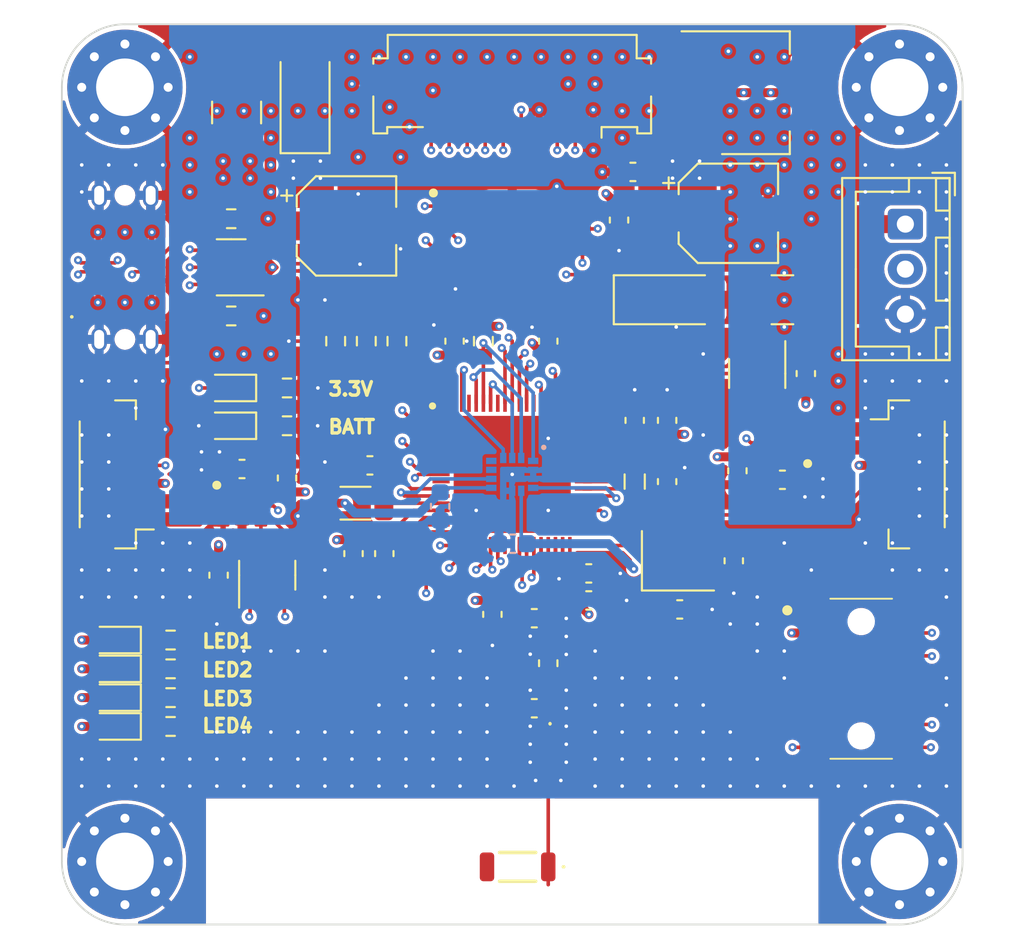
<source format=kicad_pcb>
(kicad_pcb (version 20221018) (generator pcbnew)
  (layers (0 "F.Cu" signal "Sig1") (1 "In1.Cu" power "GND1") (2 "In2.Cu" signal "Sig2") (3 "In3.Cu" power "GND2") (4 "In4.Cu" signal "Sig3") (5 "In5.Cu" power "GND3") (6 "In6.Cu" power "Supply") (31 "B.Cu" power "Supply Battery") (34 "B.Paste" user) (35 "F.Paste" user) (36 "B.SilkS" user "B.Silkscreen") (37 "F.SilkS" user "F.Silkscreen") (38 "B.Mask" user) (39 "F.Mask" user) (44 "Edge.Cuts" user))
  (net 0 "")
  (net 1 "/ANT_IN")
  (net 3 "GND")
  (net 4 "/uC/OSC_IN")
  (net 5 "/uC/OSC_OUT")
  (net 6 "+3.3V")
  (net 7 "/uC/VREF+")
  (net 8 "/uC/VFBSMPS")
  (net 9 "+BATT")
  (net 10 "/uC/ANT_OUT")
  (net 11 "/FLT_IN")
  (net 16 "/uC/~{RST}")
  (net 17 "/uC/LED2")
  (net 19 "/uC/LED3")
  (net 20 "/uC/LED4")
  (net 21 "/Motor Control Left/PWMR")
  (net 22 "/Motor Control Left/PWMF")
  (net 23 "/Motor Control Right/PWMR")
  (net 24 "/Motor Control Right/PWMF")
  (net 25 "Net-(R11-Pad2)")
  (net 26 "/uC/VBAT")
  (net 30 "/uC/VLXSMPS")
  (net 32 "/M_LEFT+")
  (net 33 "/M_LEFT-")
  (net 34 "/Motor Control Left/~{SLEEP}")
  (net 35 "/SPI_MISO")
  (net 36 "/SPI_CLK")
  (net 37 "/uC/~{QSPI_CS}")
  (net 38 "/uC/QSPI_IO1")
  (net 39 "/uC/QSPI_IO2")
  (net 40 "/uC/QSPI_IO0")
  (net 41 "/uC/QSPI_CLK")
  (net 42 "/uC/QSPI_IO3")
  (net 43 "/SPI_MOSI")
  (net 44 "/uC/IMU_INT2")
  (net 45 "/uC/IMU_INT1")
  (net 48 "/uC/~{SPI_IMU_CS}")
  (net 49 "/M_LEFT_A")
  (net 50 "/M_RIGHT_A")
  (net 52 "/SPI_EX_INT2")
  (net 53 "/SPI_EX_INT1")
  (net 54 "/VBUSFUSE")
  (net 55 "/VFUSE")
  (net 56 "Net-(D2-K)")
  (net 57 "Net-(D4-K)")
  (net 58 "Net-(D5-K)")
  (net 59 "Net-(D6-K)")
  (net 60 "Net-(D7-K)")
  (net 61 "/VCONN")
  (net 62 "/VBUS")
  (net 63 "/uC/SWCLK")
  (net 64 "Net-(J6-CC1)")
  (net 65 "/CONN_D+")
  (net 66 "/CONN_D-")
  (net 67 "Net-(J6-CC2)")
  (net 68 "/uC/LED1")
  (net 69 "/uC/D+")
  (net 70 "/uC/D-")
  (net 71 "/~{SPI_EX2_CS}")
  (net 72 "/~{SPI_EX1_CS}")
  (net 73 "/M_RIGHT-")
  (net 74 "/M_RIGHT+")
  (net 75 "/uC/SWDIO")
  (net 76 "Net-(D8-K)")
  (net 82 "/uC/UART_RX")
  (net 83 "/uC/UART_TX")
  (net 84 "/M_RIGHT_PWM")
  (net 85 "/M_RIGHT_DIRECTION")
  (net 86 "/M_LEFT_PWM")
  (net 87 "/M_LEFT_DIRECTION")
  (footprint "Resistor_SMD:R_0603_1608Metric" (layer "F.Cu") (at 137.2 56.6 -90)
    (fp_text reference "R10" hide)
    (fp_text value "10k" hide)
  )
  (footprint "Resistor_SMD:R_0603_1608Metric" (layer "F.Cu") (at 128.035 78 180)
    (fp_text reference "R8" hide)
    (fp_text value "10k" hide)
  )
  (footprint "Crystal:Crystal_SMD_3225-4Pin_3.2x2.5mm" (layer "F.Cu") (at 156.2 68.8)
    (fp_text reference "Y1" hide)
    (fp_text value "X322516MLB4SI" hide)
  )
  (footprint "MountingHole:MountingHole_3.2mm_M3_Pad_Via" (layer "F.Cu") (at 125.5 42.5)
    (fp_text reference "H1" hide)
    (fp_text value "MountingHole_Pad" hide)
  )
  (footprint "Resistor_SMD:R_0603_1608Metric" (layer "F.Cu") (at 134.5 59.2 180)
    (fp_text reference "R4" hide)
    (fp_text value "10k" hide)
  )
  (footprint "Package_TO_SOT_SMD:SOT-23-6" (layer "F.Cu") (at 133.399999 69.6 90)
    (fp_text reference "IC7" hide)
    (fp_text value "SN74LVC1G18DBVRG4" hide)
  )
  (footprint "Capacitor_SMD:C_0603_1608Metric" (layer "F.Cu") (at 138.19 68.4 -90)
    (fp_text reference "C8" hide)
    (fp_text value "1uF" hide)
  )
  (footprint "Samacsys:74889302450" (layer "F.Cu") (at 147.3 85.8 180)
    (fp_text reference "ANT1" hide)
    (fp_text value "74889302450" hide)
  )
  (footprint "Resistor_SMD:R_0603_1608Metric" (layer "F.Cu") (at 140.6 56.6 -90)
    (fp_text reference "R9" hide)
    (fp_text value "10k" hide)
  )
  (footprint "Inductor_SMD:L_0603_1608Metric" (layer "F.Cu") (at 149 74.488 -90)
    (fp_text reference "L3" hide)
    (fp_text value "2.7nH" hide)
  )
  (footprint "Inductor_SMD:L_1206_3216Metric" (layer "F.Cu") (at 138.3 65.6)
    (fp_text reference "L1" hide)
    (fp_text value "1mH" hide)
  )
  (footprint "MountingHole:MountingHole_3.2mm_M3_Pad_Via" (layer "F.Cu") (at 168.5 42.5)
    (fp_text reference "H2" hide)
    (fp_text value "MountingHole_Pad" hide)
  )
  (footprint "Capacitor_SMD:C_0603_1608Metric" (layer "F.Cu") (at 159.3 68.8 90)
    (fp_text reference "C1" hide)
    (fp_text value "20pF" hide)
  )
  (footprint "Capacitor_SMD:C_0603_1608Metric" (layer "F.Cu") (at 153.7 47.2 180)
    (fp_text reference "C16" hide)
    (fp_text value "100nF" hide)
  )
  (footprint "Resistor_SMD:R_0603_1608Metric" (layer "F.Cu") (at 134.5 61.3 180)
    (fp_text reference "R12" hide)
    (fp_text value "10k" hide)
  )
  (footprint "LED_SMD:LED_0603_1608Metric" (layer "F.Cu") (at 124.9 73.2 180)
    (fp_text reference "D4" hide)
    (fp_text value "LED_Small" hide)
  )
  (footprint "Resistor_SMD:R_0603_1608Metric" (layer "F.Cu") (at 131.4 49.8)
    (fp_text reference "R3" hide)
    (fp_text value "5.1k")
  )
  (footprint "Capacitor_SMD:C_0603_1608Metric" (layer "F.Cu") (at 139.9 68.4 -90)
    (fp_text reference "C7" hide)
    (fp_text value "10nF" hide)
  )
  (footprint "Package_TO_SOT_SMD:SOT-223-3_TabPin2" (layer "F.Cu") (at 160.5 42.8)
    (fp_text reference "U1" hide)
    (fp_text value "LM1117MP-3.3" hide)
  )
  (footprint "Samacsys:FTSH-107-XX-YYY-DV-K-A" (layer "F.Cu") (at 166.3725 75.35 -90)
    (fp_text reference "J4" hide)
    (fp_text value "FTSH-107-01-L-DV-K-A" hide)
  )
  (footprint "Capacitor_SMD:C_0603_1608Metric" (layer "F.Cu") (at 149 56.6 -90)
    (fp_text reference "C11" hide)
    (fp_text value "100nF" hide)
  )
  (footprint "Samacsys:SON50P200X200X80-9N" (layer "F.Cu") (at 132 66)
    (fp_text reference "IC2" hide)
    (fp_text value "DRV8212PDSGR" hide)
  )
  (footprint "LED_SMD:LED_0603_1608Metric" (layer "F.Cu") (at 131.3 61.3 180)
    (fp_text reference "D8" hide)
    (fp_text value "LED_Small" hide)
  )
  (footprint "Capacitor_SMD:C_0603_1608Metric" (layer "F.Cu") (at 162 64.3 180)
    (fp_text reference "C24" hide)
    (fp_text value "4.7uF" hide)
  )
  (footprint "LED_SMD:LED_0603_1608Metric" (layer "F.Cu") (at 124.9 78 180)
    (fp_text reference "D7" hide)
    (fp_text value "LED_Small" hide)
  )
  (footprint "Resistor_SMD:R_0603_1608Metric" (layer "F.Cu") (at 138.9 56.6 90)
    (fp_text reference "R11" hide)
    (fp_text value "10k" hide)
  )
  (footprint "Capacitor_SMD:C_0603_1608Metric" (layer "F.Cu") (at 151.25 69.5 180)
    (fp_text reference "C9" hide)
    (fp_text value "100nF" hide)
  )
  (footprint "LED_SMD:LED_0603_1608Metric" (layer "F.Cu") (at 131.3 59.2 180)
    (fp_text reference "D2" hide)
    (fp_text value "LED_Small" hide)
  )
  (footprint "Samacsys:SON50P200X200X80-9N" (layer "F.Cu") (at 162 62 180)
    (fp_text reference "IC3" hide)
    (fp_text value "DRV8212PDSGR" hide)
  )
  (footprint "Connector_JST:JST_SH_BM06B-SRSS-TB_1x06-1MP_P1.00mm_Vertical" (layer "F.Cu") (at 169 64 -90)
    (fp_text reference "J1" hide)
    (fp_text value "JST-SH 01x06" hide)
  )
  (footprint "Connector_JST:JST_SH_BM06B-SRSS-TB_1x06-1MP_P1.00mm_Vertical" (layer "F.Cu") (at 125 64 90)
    (fp_text reference "J2" hide)
    (fp_text value "JST-SH 01x06" hide)
  )
  (footprint "Capacitor_SMD:C_0603_1608Metric" (layer "F.Cu") (at 134.499999 64.2 90)
    (fp_text reference "C19" hide)
    (fp_text value "100nF" hide)
  )
  (footprint "Capacitor_SMD:C_0603_1608Metric" (layer "F.Cu") (at 155.6 61 90)
    (fp_text reference "C15" hide)
    (fp_text value "4.7uF" hide)
  )
  (footprint "Capacitor_SMD:C_0603_1608Metric" (layer "F.Cu") (at 148.225 71.988 180)
    (fp_text reference "C20" hide)
    (fp_text value "0.3pF" hide)
  )
  (footprint "Samacsys:QFN40P800X800X100-69N-D" (layer "F.Cu") (at 147 64)
    (fp_text reference "IC1" hide)
    (fp_text value "STM32WB55RGV6" hide)
  )
  (footprint "Capacitor_SMD:C_0603_1608Metric" (layer "F.Cu") (at 130.699999 69.6 -90)
    (fp_text reference "C31" hide)
    (fp_text value "100nF" hide)
  )
  (footprint "Capacitor_SMD:C_0603_1608Metric" (layer "F.Cu") (at 155.6 64.4 90)
    (fp_text reference "C14" hide)
    (fp_text value "4.7uF" hide)
  )
  (footprint "Connector_JST:JST_XH_B3B-XH-A_1x03_P2.50mm_Vertical" (layer "F.Cu") (at 168.825 50.1 -90)
    (fp_text reference "J3" hide)
    (fp_text value "JST_XH_B3B")
  )
  (footprint "Fuse:Fuse_1210_3225Metric" (layer "F.Cu") (at 131.7 43.9 90)
    (fp_text reference "F2" hide)
    (fp_text value "0.5A/16V" hide)
  )
  (footprint "Capacitor_SMD:C_0603_1608Metric" (layer "F.Cu") (at 139.1 63.5)
    (fp_text reference "C13" hide)
    (fp_text value "10uF" hide)
  )
  (footprint "Samacsys:WE-PMI_080562" (layer "F.Cu") (at 153.8 64.4 -90)
    (fp_text reference "L2" hide)
    (fp_text value "74479774222" hide)
  )
  (footprint "Capacitor_SMD:CP_Elec_5x4.5" (layer "F.Cu") (at 137.8 50.2)
    (fp_text reference "C29" hide)
    (fp_text value "100uF" hide)
  )
  (footprint "Diode_SMD:D_SOD-128" (layer "F.Cu") (at 135.5 43 90)
    (fp_text reference "D3" hide)
    (fp_text value "RBS2LAM40CTR" hide)
  )
  (footprint "Capacitor_SMD:C_0603_1608Metric" (layer "F.Cu") (at 152.93 49.875 -90)
    (fp_text reference "C26" hide)
    (fp_text value "100nF" hide)
  )
  (footprint "Resistor_SMD:R_0603_1608Metric" (layer "F.Cu") (at 128.035 76.4 180)
    (fp_text reference "R7" hide)
    (fp_text value "10k" hide)
  )
  (footprint "Package_TO_SOT_SMD:SOT-23-6" (layer "F.Cu") (at 131.4 52.5 180)
    (fp_text reference "U2" hide)
    (fp_text value "USBLC6-2SC6" hide)
  )
  (footprint "Samacsys:USB4145030070C" (layer "F.Cu") (at 125.5 52.5 90)
    (fp_text reference "J6" hide)
    (fp_text value "USB4145-03-0070-C" hide)
  )
  (footprint "Capacitor_SMD:C_0603_1608Metric" (layer "F.Cu") (at 153.8 61 -90)
    (fp_text reference "C3" hide)
    (fp_text value "100nF" hide)
  )
  (footprint "Capacitor_SMD:C_0603_1608Metric" (layer "F.Cu") (at 156.3 71.5)
    (fp_text reference "C2" hide)
    (fp_text value "20pF" hide)
  )
  (footprint "Capacitor_SMD:C_0603_1608Metric" (layer "F.Cu") (at 159.5 63.8 -90)
    (fp_text reference "C25" hide)
    (fp_text value "100nF" hide)
  )
  (footprint "MountingHole:MountingHole_3.2mm_M3_Pad_Via" (layer "F.Cu") (at 168.5 85.5)
    (fp_text reference "H4" hide)
    (fp_text value "MountingHole_Pad")
  )
  (footprint "Diode_SMD:D_SOD-128" (layer "F.Cu") (at 155.8 54.3)
    (fp_text reference "D1" hide)
    (fp_text value "RBS2LAM40CTR" hide)
  )
  (footprint "Capacitor_SMD:CP_Elec_5x4.5" (layer "F.Cu") (at 159 49.5)
    (fp_text reference "C17" hide)
    (fp_text value "100uF" hide)
  )
  (footprint "Fuse:Fuse_1210_3225Metric" (layer "F.Cu") (at 162 54.3)
    (fp_text reference "F1" hide)
    (fp_text value "0.5A/16V" hide)
  )
  (footprint "Resistor_SMD:R_0603_1608Metric" (layer "F.Cu") (at 128.035 74.8 180)
    (fp_text reference "R6" hide)
    (fp_text value "10k" hide)
  )
  (footprint "LED_SMD:LED_0603_1608Metric" (layer "F.Cu") (at 124.9 76.4 180)
    (fp_text reference "D6" hide)
    (fp_text value "LED_Small" hide)
  )
  (footprint "Samacsys:DLF162500LT5028A1" (layer "F.Cu") (at 149 79.1 -90)
    (fp_text reference "FL1" hide)
    (fp_text value "DLF162500LT-5028A1" hide)
  )
  (footprint "Connector_FFC-FPC:Molex_200528-0100_1x10-1MP_P1.00mm_Horizontal" (layer "F.Cu") (at 147 43.89 180)
    (fp_text reference "J7" hide)
    (fp_text value "Conn_01x10")
  )
  (footprint "Capacitor_SMD:C_0603_1608Metric" (layer "F.Cu") (at 151.25 71 180)
    (fp_text reference "C10" hide)
    (fp_text value "100pF" hide)
  )
  (footprint "Package_TO_SOT_SMD:SOT-23-6" (layer "F.Cu") (at 160.6 58.4 -90)
    (fp_text reference "IC6" hide)
    (fp_text value "SN74LVC1G18DBVRG4" hide)
  )
  (footprint "Capacitor_SMD:C_0603_1608Metric" (layer "F.Cu") (at 132 63.7)
    (fp_text reference "C18" hide)
    (fp_text value "4.7uF" hide)
  )
  (footprint "Resistor_SMD:R_0603_1608Metric" (layer "F.Cu") (at 131.4 55.2)
    (fp_text reference "R2" hide)
    (fp_text value "5.1k" hide)
  )
  (footprint "Resistor_SMD:R_0603_1608Metric" (layer "F.Cu") (at 145.4 56.6 -90)
    (fp_text reference "R1" hide)
    (fp_text value "1k")
  )
  (footprint "Capacitor_SMD:C_0603_1608Metric" (layer "F.Cu") (at 143.8 56.6 -90)
    (fp_text reference "C4" hide)
    (fp_text value "100nF" hide)
  )
  (footprint "MountingHole:MountingHole_3.2mm_M3_Pad_Via" (layer "F.Cu") (at 125.5 85.5)
    (fp_text reference "H3" hide)
    (fp_text value "MountingHole_Pad")
  )
  (footprint "Resistor_SMD:R_0603_1608Metric" (layer "F.Cu") (at 128.035 73.2 180)
    (fp_text reference "R5" hide)
    (fp_text value "10k" hide)
  )
  (footprint "Capacitor_SMD:C_0603_1608Metric" (layer "F.Cu") (at 148.225 76.988)
    (fp_text reference "C21" hide)
    (fp_text value "0.8pF" hide)
  )
  (footprint "Capacitor_SMD:C_0603_1608Metric" (layer "F.Cu") (at 163.3 58.4 90)
    (fp_text reference "C30" hide)
    (fp_text value "100nF" hide)
  )
  (footprint "LED_SMD:LED_0603_1608Metric" (layer "F.Cu") (at 124.9 74.8 180)
    (fp_text reference "D5" hide)
    (fp_text value "LED_Small" hide)
  )
  (footprint "Samacsys:SON127P800X600X80-9N-D" (layer "F.Cu") (at 147 51)
    (fp_text reference "IC4" hide)
    (fp_text value "W25N01GVZEIG" hide)
  )
  (footprint "Capacitor_SMD:C_0603_1608Metric" (layer "F.Cu") (at 145.9 71.775 90)
    (fp_text reference "C5" hide)
    (fp_text value "100nF" hide)
  )
  (footprint "Capacitor_SMD:C_0603_1608Metric" (layer "B.Cu") (at 143 65.775 90)
    (fp_text reference "C27" hide)
    (fp_text value "100nF" hide)
  )
  (footprint "Capacitor_SMD:C_0603_1608Metric" (layer "B.Cu") (at 147.037 67.85)
    (fp_text reference "C28" hide)
    (fp_text value "100nF" hide)
  )
  (footprint "Samacsys:LSM6DSLTR" (layer "B.Cu") (at 147 64 180)
    (fp_text reference "IC5" hide)
    (fp_text value "LSM6DSLTR" hide)
  )
  (gr_line locked (start 172 42.5) (end 172 85.5) (stroke (width 0.1)) (layer "Edge.Cuts"))
  (gr_line locked (start 125.5 39) (end 168.5 39) (stroke (width 0.1)) (layer "Edge.Cuts"))
  (gr_line locked (start 122 85.5) (end 122 42.5) (stroke (width 0.1)) (layer "Edge.Cuts"))
  (gr_arc locked (start 122 42.5) (mid 123.025126 40.025126) (end 125.5 39) (stroke (width 0.1)) (layer "Edge.Cuts"))
  (gr_arc locked (start 125.5 89) (mid 123.025126 87.974874) (end 122 85.5) (stroke (width 0.1)) (layer "Edge.Cuts"))
  (gr_line locked (start 168.5 89) (end 125.5 89) (stroke (width 0.1)) (layer "Edge.Cuts"))
  (gr_arc locked (start 172 85.5) (mid 170.974874 87.974874) (end 168.5 89) (stroke (width 0.1)) (layer "Edge.Cuts"))
  (gr_arc locked (start 168.5 39) (mid 170.974874 40.025126) (end 172 42.5) (stroke (width 0.1)) (layer "Edge.Cuts"))
  (gr_text "LED3" (at 129.7 76.9) (layer "F.SilkS") (effects (font (size 0.75 0.75) (thickness 0.1875) bold) (justify left bottom)))
  (gr_text "BATT" (at 136.7 61.8) (layer "F.SilkS") (effects (font (size 0.75 0.75) (thickness 0.1875) bold) (justify left bottom)))
  (gr_text "LED4" (at 129.7 78.4) (layer "F.SilkS") (effects (font (size 0.75 0.75) (thickness 0.1875) bold) (justify left bottom)))
  (gr_text "LED2" (at 129.7 75.3) (layer "F.SilkS") (effects (font (size 0.75 0.75) (thickness 0.1875) bold) (justify left bottom)))
  (gr_text "LED1" (at 129.7 73.7) (layer "F.SilkS") (effects (font (size 0.75 0.75) (thickness 0.1875) bold) (justify left bottom)))
  (gr_text "3.3V" (at 136.7 59.7) (layer "F.SilkS") (effects (font (size 0.75 0.75) (thickness 0.1875) bold) (justify left bottom)))
  (segment (start 149 79.713) (end 149 86.788) (width 0.2) (layer "F.Cu") (net 1))
  (segment (start 156.575 63.625) (end 155.6 63.625) (width 0.5) (layer "F.Cu") (net 3))
  (segment (start 153.35 71) (end 152.025 71) (width 0.5) (layer "F.Cu") (net 3))
  (segment (start 132.225 55.2) (end 133.2 55.2) (width 0.2) (layer "F.Cu") (net 3))
  (segment (start 132.225 49.8) (end 133.45 49.8) (width 0.2) (layer "F.Cu") (net 3))
  (segment (start 155.6 60.225) (end 155.6 59.3) (width 0.5) (layer "F.Cu") (net 3))
  (segment (start 152.93 51.57) (end 152.93 50.65) (width 0.5) (layer "F.Cu") (net 3))
  (segment (start 135.3375 59.2) (end 136.2125 59.2) (width 0.2) (layer "F.Cu") (net 3))
  (segment (start 123.327818 51.75) (end 122.85 51.272182) (width 0.25) (layer "F.Cu") (net 3))
  (segment (start 148.5 44.8) (end 148.5 43.75) (width 0.2) (layer "F.Cu") (net 3))
  (segment (start 142.45 62.4) (end 142.05 62) (width 0.2) (layer "F.Cu") (net 3))
  (segment (start 152.925 47.2) (end 152 47.2) (width 0.5) (layer "F.Cu") (net 3))
  (segment (start 145.9 73.5) (end 145.9 72.55) (width 0.5) (layer "F.Cu") (net 3))
  (segment (start 124.015 51.75) (end 123.327818 51.75) (width 0.25) (layer "F.Cu") (net 3))
  (segment (start 149.6 69.8) (end 149.4 69.6) (width 0.2) (layer "F.Cu") (net 3))
  (segment (start 143.85 53.7) (end 143.85 53.655) (width 0.2) (layer "F.Cu") (net 3))
  (segment (start 153.8 60.225) (end 153.8 59.3) (width 0.5) (layer "F.Cu") (net 3))
  (segment (start 157.075 71.5) (end 158.1 71.5) (width 0.5) (layer "F.Cu") (net 3))
  (segment (start 148.1 55.825) (end 149 55.825) (width 0.5) (layer "F.Cu") (net 3))
  (segment (start 157.35 40.5) (end 159 40.5) (width 0.5) (layer "F.Cu") (net 3))
  (segment (start 149.4 69.6) (end 149.4 67.95) (width 0.2) (layer "F.Cu") (net 3))
  (segment (start 126.325 61.5) (end 127.75 61.5) (width 0.5) (layer "F.Cu") (net 3))
  (segment (start 143.05 62.4) (end 142.45 62.4) (width 0.2) (layer "F.Cu") (net 3))
  (segment (start 135.325 61.3) (end 136.2 61.3) (width 0.2) (layer "F.Cu") (net 3))
  (segment (start 143.85 53.655) (end 143.1 52.905) (width 0.2) (layer "F.Cu") (net 3))
  (segment (start 159.3 69.575) (end 159.3 70.6) (width 0.5) (layer "F.Cu") (net 3))
  (segment (start 143.8 55.9) (end 143.8 55.825) (width 0.5) (layer "F.Cu") (net 3))
  (segment (start 167.675 66.5) (end 166.25 66.5) (width 0.5) (layer "F.Cu") (net 3))
  (segment (start 152.025 69.5) (end 153 69.5) (width 0.5) (layer "F.Cu") (net 3))
  (segment (start 151.5 44.8) (end 151.5 43.75) (width 0.2) (layer "F.Cu") (net 3))
  (segment (start 161.2 49.5) (end 161.2 48.25) (width 0.5) (layer "F.Cu") (net 3))
  (segment (start 132.5375 52.5) (end 133.7 52.5) (width 0.25) (layer "F.Cu") (net 3))
  (segment (start 151.5 44.8) (end 151.5 46) (width 0.2) (layer "F.Cu") (net 3))
  (via (at 166.602976 81.3125) (size 0.45) (drill 0.2) (layers "F.Cu" "B.Cu") (net 3))
  (via (at 168.102976 81.3125) (size 0.45) (drill 0.2) (layers "F.Cu" "B.Cu") (net 3))
  (via (at 151.602976 76.8125) (size 0.45) (drill 0.2) (layers "F.Cu" "B.Cu") (net 3))
  (via (at 165.102976 58.8125) (size 0.45) (drill 0.2) (layers "F.Cu" "B.Cu") (net 3))
  (via (at 171.102976 57.3125) (size 0.45) (drill 0.2) (layers "F.Cu" "B.Cu") (net 3))
  (via (at 171.102976 51.3125) (size 0.45) (drill 0.2) (layers "F.Cu" "B.Cu") (net 3))
  (via (at 144.102976 81.3125) (size 0.45) (drill 0.2) (layers "F.Cu" "B.Cu") (net 3))
  (via (at 145.602976 81.3125) (size 0.45) (drill 0.2) (layers "F.Cu" "B.Cu") (net 3))
  (via (at 136.602976 69.3125) (size 0.45) (drill 0.2) (layers "F.Cu" "B.Cu") (net 3))
  (via (at 147 64) (size 0.45) (drill 0.2) (layers "F.Cu" "B.Cu") (net 3))
  (via (at 142.602976 40.8125) (size 0.45) (drill 0.2) (layers "F.Cu" "B.Cu") (net 3))
  (via (at 141.3 44.7) (size 0.45) (drill 0.2) (layers "F.Cu" "B.Cu") (net 3))
  (via (at 159.102976 81.3125) (size 0.45) (drill 0.2) (layers "F.Cu" "B.Cu") (net 3))
  (via (at 135.102976 79.8125) (size 0.45) (drill 0.2) (layers "F.Cu" "B.Cu") (net 3))
  (via (at 148 72.988) (size 0.45) (drill 0.2) (layers "F.Cu" "B.Cu") (net 3))
  (via (at 171.102976 70.8125) (size 0.45) (drill 0.2) (layers "F.Cu" "B.Cu") (net 3))
  (via (at 159.102976 43.8125) (size 0.45) (drill 0.2) (layers "F.Cu" "B.Cu") (net 3))
  (via (at 126.102976 46.8125) (size 0.45) (drill 0.2) (layers "F.Cu" "B.Cu") (net 3))
  (via (at 132.102976 81.3125) (size 0.45) (drill 0.2) (layers "F.Cu" "B.Cu") (net 3))
  (via (at 166.602976 60.3125) (size 0.45) (drill 0.2) (layers "F.Cu" "B.Cu") (net 3))
  (via (at 152.93 51.57) (size 0.45) (drill 0.2) (layers "F.Cu" "B.Cu") (net 3))
  (via (at 153.102976 75.3125) (size 0.45) (drill 0.2) (layers "F.Cu" "B.Cu") (net 3))
  (via (at 153.102976 76.8125) (size 0.45) (drill 0.2) (layers "F.Cu" "B.Cu") (net 3))
  (via (at 168.102976 69.3125) (size 0.45) (drill 0.2) (layers "F.Cu" "B.Cu") (net 3))
  (via (at 153.102976 78.3125) (size 0.45) (drill 0.2) (layers "F.Cu" "B.Cu") (net 3))
  (via (at 162.102976 67.8125) (size 0.45) (drill 0.2) (layers "F.Cu" "B.Cu") (net 3))
  (via (at 169.602976 64.8125) (size 0.45) (drill 0.2) (layers "F.Cu" "B.Cu") (net 3))
  (via (at 145.602976 75.3125) (size 0.45) (drill 0.2) (layers "F.Cu" "B.Cu") (net 3))
  (via (at 129.102976 81.3125) (size 0.45) (drill 0.2) (layers "F.Cu" "B.Cu") (net 3))
  (via (at 162.102976 46.8125) (size 0.45) (drill 0.2) (layers "F.Cu" "B.Cu") (net 3))
  (via (at 129.102976 69.3125) (size 0.45) (drill 0.2) (layers "F.Cu" "B.Cu") (net 3))
  (via (at 144.102976 40.8125) (size 0.45) (drill 0.2) (layers "F.Cu" "B.Cu") (net 3))
  (via (at 124.602976 64.8125) (size 0.45) (drill 0.2) (layers "F.Cu" "B.Cu") (net 3))
  (via (at 136.2 61.3) (size 0.45) (drill 0.2) (layers "F.Cu" "B.Cu") (net 3))
  (via (at 150 72) (size 0.45) (drill 0.2) (layers "F.Cu" "B.Cu") (net 3))
  (via (at 158.1 71.5) (size 0.45) (drill 0.2) (layers "F.Cu" "B.Cu") (net 3))
  (via (at 160.602976 73.8125) (size 0.45) (drill 0.2) (layers "F.Cu" "B.Cu") (net 3))
  (via (at 136.602976 70.8125) (size 0.45) (drill 0.2) (layers "F.Cu" "B.Cu") (net 3))
  (via (at 157.602976 76.8125) (size 0.45) (drill 0.2) (layers "F.Cu" "B.Cu") (net 3))
  (via (at 145.9 73.5) (size 0.45) (drill 0.2) (layers "F.Cu" "B.Cu") (net 3))
  (via (at 149.475 48) (size 0.45) (drill 0.2) (layers "F.Cu" "B.Cu") (net 3))
  (via (at 153.35 71) (size 0.45) (drill 0.2) (layers "F.Cu" "B.Cu") (net 3))
  (via (at 166.25 66.5) (size 0.45) (drill 0.2) (layers "F.Cu" "B.Cu") (net 3))
  (via (at 169.602976 58.8125) (size 0.45) (drill 0.2) (layers "F.Cu" "B.Cu") (net 3))
  (via (at 133.2 55.2) (size 0.45) (drill 0.2) (layers "F.Cu" "B.Cu") (net 3))
  (via (at 140.8 46.375) (size 0.45) (drill 0.2) (layers "F.Cu" "B.Cu") (net 3))
  (via (at 151.602976 78.3125) (size 0.45) (drill 0.2) (layers "F.Cu" "B.Cu") (net 3))
  (via (at 156.102976 79.8125) (size 0.45) (drill 0.2) (layers "F.Cu" "B.Cu") (net 3))
  (via (at 136.2125 59.2) (size 0.45) (drill 0.2) (layers "F.Cu" "B.Cu") (net 3))
  (via (at 136.602976 78.3125) (size 0.45) (drill 0.2) (layers "F.Cu" "B.Cu") (net 3))
  (via (at 124.602976 69.3125) (size 0.45) (drill 0.2) (layers "F.Cu" "B.Cu") (net 3))
  (via (at 130.602976 78.3125) (size 0.45) (drill 0.2) (layers "F.Cu" "B.Cu") (net 3))
  (via (at 138.102976 81.3125) (size 0.45) (drill 0.2) (layers "F.Cu" "B.Cu") (net 3))
  (via (at 133.602976 79.8125) (size 0.45) (drill 0.2) (layers "F.Cu" "B.Cu") (net 3))
  (via (at 153 69.5) (size 0.45) (drill 0.2) (layers "F.Cu" "B.Cu") (net 3))
  (via (at 140.2 43.6) (size 0.45) (drill 0.2) (layers "F.Cu" "B.Cu") (net 3))
  (via (at 159.102976 79.8125) (size 0.45) (drill 0.2) (layers "F.Cu" "B.Cu") (net 3))
  (via (at 129.102976 70.8125) (size 0.45) (drill 0.2) (layers "F.Cu" "B.Cu") (net 3))
  (via (at 169.602976 63.3125) (size 0.45) (drill 0.2) (layers "F.Cu" "B.Cu") (net 3))
  (via (at 160.602976 43.8125) (size 0.45) (drill 0.2) (layers "F.Cu" "B.Cu") (net 3))
  (via (at 163.602976 81.3125) (size 0.45) (drill 0.2) (layers "F.Cu" "B.Cu") (net 3))
  (via (at 163.602976 46.8125) (size 0.45) (drill 0.2) (layers "F.Cu" "B.Cu") (net 3))
  (via (at 123.102976 61.8125) (size 0.45) (drill 0.2) (layers "F.Cu" "B.Cu") (net 3))
  (via (at 123.102976 64.8125) (size 0.45) (drill 0.2) (layers "F.Cu" "B.Cu") (net 3))
  (via (at 148 75.988) (size 0.45) (drill 0.2) (layers "F.Cu" "B.Cu") (net 3))
  (via (at 130.602976 43.8125) (size 0.45) (drill 0.2) (layers "F.Cu" "B.Cu") (net 3))
  (via (at 166.602976 58.8125) (size 0.45) (drill 0.2) (layers "F.Cu" "B.Cu") (net 3))
  (via (at 132.102976 79.8125) (size 0.45) (drill 0.2) (layers "F.Cu" "B.Cu") (net 3))
  (via (at 171.102976 69.3125) (size 0.45) (drill 0.2) (layers "F.Cu" "B.Cu") (net 3))
  (via (at 148.602976 40.8125) (size 0.45) (drill 0.2) (layers "F.Cu" "B.Cu") (net 3))
  (via (at 148.3 81) (size 0.45) (drill 0.2) (layers "F.Cu" "B.Cu") (net 3))
  (via (at 138.45 46.375) (size 0.45) (drill 0.2) (layers "F.Cu" "B.Cu") (net 3))
  (via (at 151.5 46) (size 0.45) (drill 0.2) (layers "F.Cu" "B.Cu") (net 3))
  (via (at 126.102976 81.3125) (size 0.45) (drill 0.2) (layers "F.Cu" "B.Cu") (net 3))
  (via (at 138.102976 78.3125) (size 0.45) (drill 0.2) (layers "F.Cu" "B.Cu") (net 3))
  (via (at 124.602976 79.8125) (size 0.45) (drill 0.2) (layers "F.Cu" "B.Cu") (net 3))
  (via (at 145 66) (size 0.45) (drill 0.2) (layers "F.Cu" "B.Cu") (net 3))
  (via (at 144.102976 78.3125) (size 0.45) (drill 0.2) (layers "F.Cu" "B.Cu") (net 3))
  (via (at 149 66) (size 0.45) (drill 0.2) (layers "F.Cu" "B.Cu") (net 3))
  (via (at 168.102976 60.3125) (size 0.45) (drill 0.2) (layers "F.Cu" "B.Cu") (net 3))
  (via (at 124.602976 61.8125) (size 0.45) (drill 0.2) (layers "F.Cu" "B.Cu") (net 3))
  (via (at 169.602976 66.3125) (size 0.45) (drill 0.2) (layers "F.Cu" "B.Cu") (net 3))
  (via (at 139.602976 70.8125) (size 0.45) (drill 0.2) (layers "F.Cu" "B.Cu") (net 3))
  (via (at 133.602976 45.3125) (size 0.45) (drill 0.2) (layers "F.Cu" "B.Cu") (net 3))
  (via (at 162.102976 54.3125) (size 0.45) (drill 0.2) (layers "F.Cu" "B.Cu") (net 3))
  (via (at 129.102976 45.3125) (size 0.45) (drill 0.2) (layers "F.Cu" "B.Cu") (net 3))
  (via (at 150.102976 42.3125) (size 0.45) (drill 0.2) (layers "F.Cu" "B.Cu") (net 3))
  (via (at 171.102976 52.8125) (size 0.45) (drill 0.2) (layers "F.Cu" "B.Cu") (net 3))
  (via (at 124.602976 58.8125) (size 0.45) (drill 0.2) (layers "F.Cu" "B.Cu") (net 3))
  (via (at 135.102976 78.3125) (size 0.45) (drill 0.2) (layers "F.Cu" "B.Cu") (net 3))
  (via (at 129.102976 79.8125) (size 0.45) (drill 0.2) (layers "F.Cu" "B.Cu") (net 3))
  (via (at 165.102976 60.3125) (size 0.45) (drill 0.2) (layers "F.Cu" "B.Cu") (net 3))
  (via (at 126.102976 79.8125) (size 0.45) (drill 0.2) (layers "F.Cu" "B.Cu") (net 3))
  (via (at 157.602976 61.8125) (size 0.45) (drill 0.2) (layers "F.Cu" "B.Cu") (net 3))
  (via (at 130.602976 72.3125) (size 0.45) (drill 0.2) (layers "F.Cu" "B.Cu") (net 3))
  (via (at 129.102976 46.8125) (size 0.45) (drill 0.2) (layers "F.Cu" "B.Cu") (net 3))
  (via (at 126.102976 60.3125) (size 0.45) (drill 0.2) (layers "F.Cu" "B.Cu") (net 3))
  (via (at 150 77.988) (size 0.45) (drill 0.2) (layers "F.Cu" "B.Cu") (net 3))
  (via (at 141.102976 40.8125) (size 0.45) (drill 0.2) (layers "F.Cu" "B.Cu") (net 3))
  (via (at 123.102976 81.3125) (size 0.45) (drill 0.2) (layers "F.Cu" "B.Cu") (net 3))
  (via (at 141.102976 81.3125) (size 0.45) (drill 0.2) (layers "F.Cu" "B.Cu") (net 3))
  (via (at 162.102976 45.3125) (size 0.45) (drill 0.2) (layers "F.Cu" "B.Cu") (net 3))
  (via (at 133.602976 78.3125) (size 0.45) (drill 0.2) (layers "F.Cu" "B.Cu") (net 3))
  (via (at 144.102976 75.3125) (size 0.45) (drill 0.2) (layers "F.Cu" "B.Cu") (net 3))
  (via (at 133.602976 73.8125) (size 0.45) (drill 0.2) (layers "F.Cu" "B.Cu") (net 3))
  (via (at 160.602976 51.3125) (size 0.45) (drill 0.2) (layers "F.Cu" "B.Cu") (net 3))
  (via (at 157.602976 57.3125) (size 0.45) (drill 0.2) (layers "F.Cu" "B.Cu") (net 3))
  (via (at 144.475 56.6) (size 0.45) (drill 0.2) (layers "F.Cu" "B.Cu") (net 3))
  (via (at 154.602976 76.8125) (size 0.45) (drill 0.2) (layers "F.Cu" "B.Cu") (net 3))
  (via (at 153.102976 45.3125) (size 0.45) (drill 0.2) (layers "F.Cu" "B.Cu") (net 3))
  (via (at 162.102976 43.8125) (size 0.45) (drill 0.2) (layers "F.Cu" "B.Cu") (net 3))
  (via (at 123.102976 69.3125) (size 0.45) (drill 0.2) (layers "F.Cu" "B.Cu") (net 3))
  (via (at 126.102976 58.8125) (size 0.45) (drill 0.2) (layers "F.Cu" "B.Cu") (net 3))
  (via (at 136.602976 81.3125) (size 0.45) (drill 0.2) (layers "F.Cu" "B.Cu") (net 3))
  (via (at 133.602976 81.3125) (size 0.45) (drill 0.2) (layers "F.Cu" "B.Cu") (net 3))
  (via (at 124.602976 66.3125) (size 0.45) (drill 0.2) (layers "F.Cu" "B.Cu") (net 3))
  (via (at 171.102976 75.3125) (size 0.45) (drill 0.2) (layers "F.Cu" "B.Cu") (net 3))
  (via (at 171.102976 48.3125) (size 0.45) (drill 0.2) (layers "F.Cu" "B.Cu") (net 3))
  (via (at 148.1 55.825) (size 0.45) (drill 0.2) (layers "F.Cu" "B.Cu") (net 3))
  (via (at 127.602976 70.8125) (size 0.45) (drill 0.2) (layers "F.Cu" "B.Cu") (net 3))
  (via (at 159 40.5) (size 0.45) (drill 0.2) (layers "F.Cu" "B.Cu") (net 3))
  (via (at 161.2 48.25) (size 0.45) (drill 0.2) (layers "F.Cu" "B.Cu") (net 3))
  (via (at 123.102976 63.3125) (size 0.45) (drill 0.2) (layers "F.Cu" "B.Cu") (net 3))
  (via (at 156.102976 81.3125) (size 0.45) (drill 0.2) (layers "F.Cu" "B.Cu") (net 3))
  (via (at 133.45 49.8) (size 0.45) (drill 0.2) (layers "F.Cu" "B.Cu") (net 3))
  (via (at 136.602976 79.8125) (size 0.45) (drill 0.2) (layers "F.Cu" "B.Cu") (net 3))
  (via (at 127.602976 46.8125) (size 0.45) (drill 0.2) (layers "F.Cu" "B.Cu") (net 3))
  (via (at 169.602976 48.3125) (size 0.45) (drill 0.2) (layers "F.Cu" "B.Cu") (net 3))
  (via (at 142.65 55.7) (size 0.45) (drill 0.2) (layers "F.Cu" "B.Cu") (net 3))
  (via (at 147.102976 40.8125) (size 0.45) (drill 0.2) (layers "F.Cu" "B.Cu") (net 3))
  (via (at 138.102976 79.8125) (size 0.45) (drill 0.2) (layers "F.Cu" "B.Cu") (net 3))
  (via (at 142.602976 75.3125) (size 0.45) (drill 0.2) (layers "F.Cu" "B.Cu") (net 3))
  (via (at 135.102976 66.3125) (size 0.45) (drill 0.2) (layers "F.Cu" "B.Cu") (net 3))
  (via (at 142.6 42.675) (size 0.45) (drill 0.2) (layers "F.Cu" "B.Cu") (net 3))
  (via (at 139.602976 76.8125) (size 0.45) (drill 0.2) (layers "F.Cu" "B.Cu") (net 3))
  (via (at 155.6 59.3) (size 0.45) (drill 0.2) (layers "F.Cu" "B.Cu") (net 3))
  (via (at 159.3 70.6) (size 0.45) (drill 0.2) (layers "F.Cu" "B.Cu") (net 3))
  (via (at 160.602976 72.3125) (size 0.45) (drill 0.2) (layers "F.Cu" "B.Cu") (net 3))
  (via (at 132.102976 43.8125) (size 0.45) (drill 0.2) (layers "F.Cu" "B.Cu") (net 3))
  (via (at 154.602976 43.8125) (size 0.45) (drill 0.2) (layers "F.Cu" "B.Cu") (net 3))
  (via (at 166.602976 57.3125) (size 0.45) (drill 0.2) (layers "F.Cu" "B.Cu") (net 3))
  (via (at 135.102976 73.8125) (size 0.45) (drill 0.2) (layers "F.Cu" "B.Cu") (net 3))
  (via (at 159.102976 46.8125) (size 0.45) (drill 0.2) (layers "F.Cu" "B.Cu") (net 3))
  (via (at 127.602976 81.3125) (size 0.45) (drill 0.2) (layers "F.Cu" "B.Cu") (net 3))
  (via (at 148 73.988) (size 0.45) (drill 0.2) (layers "F.Cu" "B.Cu") (net 3))
  (via (at 160.602976 45.3125) (size 0.45) (drill 0.2) (layers "F.Cu" "B.Cu") (net 3))
  (via (at 132.102976 78.3125) (size 0.45) (drill 0.2) (layers "F.Cu" "B.Cu") (net 3))
  (via (at 144.102976 79.8125) (size 0.45) (drill 0.2) (layers "F.Cu" "B.Cu") (net 3))
  (via (at 168.102976 67.8125) (size 0.45) (drill 0.2) (layers "F.Cu" "B.Cu") (net 3))
  (via (at 141.102976 76.8125) (size 0.45) (drill 0.2) (layers "F.Cu" "B.Cu") (net 3))
  (via (at 162.102976 75.3125) (size 0.45) (drill 0.2) (layers "F.Cu" "B.Cu") (net 3))
  (via (at 132.102976 73.8125) (size 0.45) (drill 0.2) (layers "F.Cu" "B.Cu") (net 3))
  (via (at 145.602976 76.8125) (size 0.45) (drill 0.2) (layers "F.Cu" "B.Cu") (net 3))
  (via (at 151.602976 75.3125) (size 0.45) (drill 0.2) (layers "F.Cu" "B.Cu") (net 3))
  (via (at 124.602976 70.8125) (size 0.45) (drill 0.2) (layers "F.Cu" "B.Cu") (net 3))
  (via (at 151.602976 79.8125) (size 0.45) (drill 0.2) (layers "F.Cu" "B.Cu") (net 3))
  (via (at 129.102976 48.3125) (size 0.45) (drill 0.2) (layers "F.Cu" "B.Cu") (net 3))
  (via (at 139.602976 40.8125) (size 0.45) (drill 0.2) (layers "F.Cu" "B.Cu") (net 3))
  (via (at 136.602976 43.8125) (size 0.45) (drill 0.2) (layers "F.Cu" "B.Cu") (net 3))
  (via (at 136.602976 73.8125) (size 0.45) (drill 0.2) (layers "F.Cu" "B.Cu") (net 3))
  (via (at 123.102976 58.8125) (size 0.45) (drill 0.2) (layers "F.Cu" "B.Cu") (net 3))
  (via (at 171.102976 54.3125) (size 0.45) (drill 0.2) (layers "F.Cu" "B.Cu") (net 3))
  (via (at 130.602976 81.3125) (size 0.45) (drill 0.2) (layers "F.Cu" "B.Cu") (net 3))
  (via (at 138.102976 40.8125) (size 0.45) (drill 0.2) (layers "F.Cu" "B.Cu") (net 3))
  (via (at 163.602976 49.8125) (size 0.45) (drill 0.2) (layers "F.Cu" "B.Cu") (net 3))
  (via (at 133.7 52.5) (size 0.45) (drill 0.2) (layers "F.Cu" "B.Cu") (net 3))
  (via (at 144.102976 73.8125) (size 0.45) (drill 0.2) (layers "F.Cu" "B.Cu") (net 3))
  (via (at 142.602976 79.8125) (size 0.45) (drill 0.2) (layers "F.Cu" "B.Cu") (net 3))
  (via (at 171.102976 61.8125) (size 0.45) (drill 0.2) (layers "F.Cu" "B.Cu") (net 3))
  (via (at 127.602976 58.8125) (size 0.45) (drill 0.2) (layers "F.Cu" "B.Cu") (net 3))
  (via (at 171.102976 63.3125) (size 0.45) (drill 0.2) (layers "F.Cu" "B.Cu") (net 3))
  (via (at 145.602976 79.8125) (size 0.45) (drill 0.2) (layers "F.Cu" "B.Cu") (net 3))
  (via (at 148.5 43.75) (size 0.45) (drill 0.2) (layers "F.Cu" "B.Cu") (net 3))
  (via (at 138.102976 43.8125) (size 0.45) (drill 0.2) (layers "F.Cu" "B.Cu") (net 3))
  (via (at 168.102976 57.3125) (size 0.45) (drill 0.2) (layers "F.Cu" "B.Cu") (net 3))
  (via (at 123.102976 46.8125) (size 0.45) (drill 0.2) (layers "F.Cu" "B.Cu") (net 3))
  (via (at 135.102976 54.3125) (size 0.45) (drill 0.2) (layers "F.Cu" "B.Cu") (net 3))
  (via (at 156.102976 75.3125) (size 0.45) (drill 0.2) (layers "F.Cu" "B.Cu") (net 3))
  (via (at 160.602976 81.3125) (size 0.45) (drill 0.2) (layers "F.Cu" "B.Cu") (net 3))
  (via (at 166.602976 48.3125) (size 0.45) (drill 0.2) (layers "F.Cu" "B.Cu") (net 3))
  (via (at 162.102976 55.8125) (size 0.45) (drill 0.2) (layers "F.Cu" "B.Cu") (net 3))
  (via (at 141.102976 79.8125) (size 0.45) (drill 0.2) (layers "F.Cu" "B.Cu") (net 3))
  (via (at 157.602976 79.8125) (size 0.45) (drill 0.2) (layers "F.Cu" "B.Cu") (net 3))
  (via (at 149.6 69.8) (size 0.45) (drill 0.2) (layers "F.Cu" "B.Cu") (net 3))
  (via (at 138.102976 42.3125) (size 0.45) (drill 0.2) (layers "F.Cu" "B.Cu") (net 3))
  (via (at 133.602976 46.8125) (size 0.45) (drill 0.2) (layers "F.Cu" "B.Cu") (net 3))
  (via (at 138.102976 70.8125) (size 0.45) (drill 0.2) (layers "F.Cu" "B.Cu") (net 3))
  (via (at 154.602976 78.3125) (size 0.45) (drill 0.2) (layers "F.Cu" "B.Cu") (net 3))
  (via (at 163.602976 45.3125) (size 0.45) (drill 0.2) (layers "F.Cu" "B.Cu") (net 3))
  (via (at 123.102976 48.3125) (size 0.45) (drill 0.2) (layers "F.Cu" "B.Cu") (net 3))
  (via (at 153.102976 81.3125) (size 0.45) (drill 0.2) (layers "F.Cu" "B.Cu") (net 3))
  (via (at 139.602976 81.3125) (size 0.45) (drill 0.2) (layers "F.Cu" "B.Cu") (net 3))
  (via (at 124.602976 81.3125) (size 0.45) (drill 0.2) (layers "F.Cu" "B.Cu") (net 3))
  (via (at 150 75.988) (size 0.45) (drill 0.2) (layers "F.Cu" "B.Cu") (net 3))
  (via (at 150 73) (size 0.45) (drill 0.2) (layers "F.Cu" "B.Cu") (net 3))
  (via (at 149 62) (size 0.45) (drill 0.2) (layers "F.Cu" "B.Cu") (net 3))
  (via (at 156.102976 76.8125) (size 0.45) (drill 0.2) (layers "F.Cu" "B.Cu") (net 3))
  (via (at 171.102976 81.3125) (size 0.45) (drill 0.2) (layers "F.Cu" "B.Cu") (net 3))
  (via (at 160.602976 79.8125) (size 0.45) (drill 0.2) (layers "F.Cu" "B.Cu") (net 3))
  (via (at 151.602976 40.8125) (size 0.45) (drill 0.2) (layers "F.Cu" "B.Cu") (net 3))
  (via (at 142.602976 73.8125) (size 0.45) (drill 0.2) (layers "F.Cu" "B.Cu") (net 3))
  (via (at 153.102976 43.8125) (size 0.45) (drill 0.2) (layers "F.Cu" "B.Cu") (net 3))
  (via (at 124.602976 63.3125) (size 0.45) (drill 0.2) (layers "F.Cu" "B.Cu") (net 3))
  (via (at 133.602976 57.3125) (size 0.45) (drill 0.2) (layers "F.Cu" "B.Cu") (net 3))
  (via (at 165.102976 57.3125) (size 0.45) (drill 0.2) (layers "F.Cu" "B.Cu") (net 3))
  (via (at 127.75 61.5) (size 0.45) (drill 0.2) (layers "F.Cu" "B.Cu") (net 3))
  (via (at 156.575 63.625) (size 0.45) (drill 0.2) (layers "F.Cu" "B.Cu") (net 3))
  (via (at 151.602976 73.8125) (size 0.45) (drill 0.2) (layers "F.Cu" "B.Cu") (net 3))
  (via (at 148 77.988) (size 0.45) (drill 0.2) (layers "F.Cu" "B.Cu") (net 3))
  (via (at 135.102976 81.3125) (size 0.45) (drill 0.2) (layers "F.Cu" "B.Cu") (net 3))
  (via (at 159.102976 49.8125) (size 0.45) (drill 0.2) (layers "F.Cu" "B.Cu") (net 3))
  (via (at 159.102976 78.3125) (size 0.45) (drill 0.2) (layers "F.Cu" "B.Cu") (net 3))
  (via (at 142.602976 81.3125) (size 0.45) (drill 0.2) (layers "F.Cu" "B.Cu") (net 3))
  (via (at 126.102976 69.3125) (size 0.45) (drill 0.2) (layers "F.Cu" "B.Cu") (net 3))
  (via (at 142.602976 78.3125) (size 0.45) (drill 0.2) (layers "F.Cu" "B.Cu") (net 3))
  (via (at 165.102976 45.3125) (size 0.45) (drill 0.2) (layers "F.Cu" "B.Cu") (net 3))
  (via (at 162.102976 81.3125) (size 0.45) (drill 0.2) (layers "F.Cu" "B.Cu") (net 3))
  (via (at 139.602976 79.8125) (size 0.45) (drill 0.2) (layers "F.Cu" "B.Cu") (net 3))
  (via (at 162.102976 73.8125) (size 0.45) (drill 0.2) (layers "F.Cu" "B.Cu") (net 3))
  (via (at 154.602976 81.3125) (size 0.45) (drill 0.2) (layers "F.Cu" "B.Cu") (net 3))
  (via (at 169.602976 69.3125) (size 0.45) (drill 0.2) (layers "F.Cu" "B.Cu") (net 3))
  (via (at 166.602976 67.8125) (size 0.45) (drill 0.2) (layers "F.Cu" "B.Cu") (net 3))
  (via (at 159.102976 45.3125) (size 0.45) (drill 0.2) (layers "F.Cu" "B.Cu") (net 3))
  (via (at 123.102976 70.8125) (size 0.45) (drill 0.2) (layers "F.Cu" "B.Cu") (net 3))
  (via (at 144.102976 76.8125) (size 0.45) (drill 0.2) (layers "F.Cu" "B.Cu") (net 3))
  (via (at 165.102976 46.8125) (size 0.45) (drill 0.2) (layers "F.Cu" "B.Cu") (net 3))
  (via (at 142.602976 76.8125) (size 0.45) (drill 0.2) (layers "F.Cu" "B.Cu") (net 3))
  (via (at 171.102976 64.8125) (size 0.45) (drill 0.2) (layers "F.Cu" "B.Cu") (net 3))
  (via (at 135.102976 43.8125) (size 0.45) (drill 0.2) (layers "F.Cu" "B.Cu") (net 3))
  (via (at 149.7 81) (size 0.45) (drill 0.2) (layers "F.Cu" "B.Cu") (net 3))
  (via (at 151.602976 42.3125) (size 0.45) (drill 0.2) (layers "F.Cu" "B.Cu") (net 3))
  (via (at 150 74) (size 0.45) (drill 0.2) (layers "F.Cu" "B.Cu") (net 3))
  (via (at 151.5 43.75) (size 0.45) (drill 0.2) (layers "F.Cu" "B.Cu") (net 3))
  (via (at 124.602976 46.8125) (size 0.45) (drill 0.2) (layers "F.Cu" "B.Cu") (net 3))
  (via (at 133.602976 48.3125) (size 0.45) (drill 0.2) (layers "F.Cu" "B.Cu") (net 3))
  (via (at 153.8 59.3) (size 0.45) (drill 0.2) (layers "F.Cu" "B.Cu") (net 3))
  (via (at 136.602976 63.3125) (size 0.45) (drill 0.2) (layers "F.Cu" "B.Cu") (net 3))
  (via (at 169.602976 46.8125) (size 0.45) (drill 0.2) (layers "F.Cu" "B.Cu") (net 3))
  (via (at 136.602976 54.3125) (size 0.45) (drill 0.2) (layers "F.Cu" "B.Cu") (net 3))
  (via (at 133.602976 43.8125) (size 0.45) (drill 0.2) (layers "F.Cu" "B.Cu") (net 3))
  (via (at 141.102976 75.3125) (size 0.45) (drill 0.2) (layers "F.Cu" "B.Cu") (net 3))
  (via (at 160.602976 46.8125) (size 0.45) (drill 0.2) (layers "F.Cu" "B.Cu") (net 3))
  (via (at 129.102976 40.8125) (size 0.45) (drill 0.2) (layers "F.Cu" "B.Cu") (net 3))
  (via (at 171.102976 58.8125) (size 0.45) (drill 0.2) (layers "F.Cu" "B.Cu") (net 3))
  (via (at 130.602976 79.8125) (size 0.45) (drill 0.2) (layers "F.Cu" "B.Cu") (net 3))
  (via (at 171.102976 76.8125) (size 0.45) (drill 0.2) (layers "F.Cu" "B.Cu") (net 3))
  (via (at 162.102976 52.8125) (size 0.45) (drill 0.2) (layers "F.Cu" "B.Cu") (net 3))
  (via (at 162.102976 40.8125) (size 0.45) (drill 0.2) (layers "F.Cu" "B.Cu") (net 3))
  (via (at 153.102976 40.8125) (size 0.45) (drill 0.2) (layers "F.Cu" "B.Cu") (net 3))
  (via (at 148 79.988) (size 0.45) (drill 0.2) (layers "F.Cu" "B.Cu") (net 3))
  (via (at 140.8 51.475) (size 0.45) (drill 0.2) (layers "F.Cu" "B.Cu") (net 3))
  (via (at 130.602976 57.3125) (size 0.45) (drill 0.2) (layers "F.Cu" "B.Cu") (net 3))
  (via (at 154.602976 40.8125) (size 0.45) (drill 0.2) (layers "F.Cu" "B.Cu") (net 3))
  (via (at 138.55 52.325) (size 0.45) (drill 0.2) (layers "F.Cu" "B.Cu") (net 3))
  (via (at 150 78.988) (size 0.45) (drill 0.2) (layers "F.Cu" "B.Cu") (net 3))
  (via (at 159.102976 48.3125) (size 0.45) (drill 0.2) (layers "F.Cu" "B.Cu") (net 3))
  (via (at 123.102976 79.8125) (size 0.45) (drill 0.2) (layers "F.Cu" "B.Cu") (net 3))
  (via (at 165.102976 81.3125) (size 0.45) (drill 0.2) (layers "F.Cu" "B.Cu") (net 3))
  (via (at 166.602976 46.8125) (size 0.45) (drill 0.2) (layers "F.Cu" "B.Cu") (net 3))
  (via (at 138.45 48.425) (size 0.45) (drill 0.2) (layers "F.Cu" "B.Cu") (net 3))
  (via (at 129.102976 67.8125) (size 0.45) (drill 0.2) (layers "F.Cu" "B.Cu") (net 3))
  (via (at 156.102976 55.8125) (size 0.45) (drill 0.2) (layers "F.Cu" "B.Cu") (net 3))
  (via (at 150 79.988) (size 0.45) (drill 0.2) (layers "F.Cu" "B.Cu") (net 3))
  (via (at 156.102976 78.3125) (size 0.45) (drill 0.2) (layers "F.Cu" "B.Cu") (net 3))
  (via (at 147.102976 81.3125) (size 0.45) (drill 0.2) (layers "F.Cu" "B.Cu") (net 3))
  (via (at 127.602976 67.8125) (size 0.45) (drill 0.2) (layers "F.Cu" "B.Cu") (net 3))
  (via (at 169.602976 57.3125) (size 0.45) (drill 0.2) (layers "F.Cu" "B.Cu") (net 3))
  (via (at 157.602976 78.3125) (size 0.45) (drill 0.2) (layers "F.Cu" "B.Cu") (net 3))
  (via (at 152 47.2) (size 0.45) (drill 0.2) (layers "F.Cu" "B.Cu") (net 3))
  (via (at 159.102976 72.3125) (size 0.45) (drill 0.2) (layers "F.Cu" "B.Cu") (net 3))
  (via (at 139.602976 78.3125) (size 0.45) (drill 0.2) (layers "F.Cu" "B.Cu") (net 3))
  (via (at 154.602976 79.8125) (size 0.45) (drill 0.2) (layers "F.Cu" "B.Cu") (net 3))
  (via (at 168.102976 58.8125) (size 0.45) (drill 0.2) (layers "F.Cu" "B.Cu") (net 3))
  (via (at 148 78.988) (size 0.45) (drill 0.2) (layers "F.Cu" "B.Cu") (net 3))
  (via (at 151.602976 81.3125) (size 0.45) (drill 0.2) (layers "F.Cu" "B.Cu") (net 3))
  (via (at 123.102976 66.3125) (size 0.45) (drill 0.2) (layers "F.Cu" "B.Cu") (net 3))
  (via (at 126.102976 67.8125) (size 0.45) (drill 0.2) (layers "F.Cu" "B.Cu") (net 3))
  (via (at 126.102976 70.8125) (size 0.45) (drill 0.2) (layers "F.Cu" "B.Cu") (net 3))
  (via (at 168.102976 46.8125) (size 0.45) (drill 0.2) (layers "F.Cu" "B.Cu") (net 3))
  (via (at 171.102976 46.8125) (size 0.45) (drill 0.2) (layers "F.Cu" "B.Cu") (net 3))
  (via (at 163.602976 48.3125) (size 0.45) (drill 0.2) (layers "F.Cu" "B.Cu") (net 3))
  (via (at 145.602976 78.3125) (size 0.45) (drill 0.2) (layers "F.Cu" "B.Cu") (net 3))
  (via (at 160.602976 70.8125) (size 0.45) (drill 0.2) (layers "F.Cu" "B.Cu") (net 3))
  (via (at 150 76.988) (size 0.45) (drill 0.2) (layers "F.Cu" "B.Cu") (net 3))
  (via (at 162.102976 51.3125) (size 0.45) (drill 0.2) (layers "F.Cu" "B.Cu") (net 3))
  (via (at 150.102976 40.8125) (size 0.45) (drill 0.2) (layers "F.Cu" "B.Cu") (net 3))
  (via (at 160.602976 40.8125) (size 0.45) (drill 0.2) (layers "F.Cu" "B.Cu") (net 3))
  (via (at 141.102976 78.3125) (size 0.45) (drill 0.2) (layers "F.Cu" "B.Cu") (net 3))
  (via (at 127.602976 79.8125) (size 0.45) (drill 0.2) (layers "F.Cu" "B.Cu") (net 3))
  (via (at 127.602976 69.3125) (size 0.45) (drill 0.2) (layers "F.Cu" "B.Cu") (net 3))
  (via (at 171.102976 55.8125) (size 0.45) (drill 0.2) (layers "F.Cu" "B.Cu") (net 3))
  (via (at 132.102976 57.3125) (size 0.45) (drill 0.2) (layers "F.Cu" "B.Cu") (net 3))
  (via (at 145.602976 40.8125) (size 0.45) (drill 0.2) (layers "F.Cu" "B.Cu") (net 3))
  (via (at 159.102976 51.3125) (size 0.45) (drill 0.2) (layers "F.Cu" "B.Cu") (net 3))
  (via (at 171.102976 49.8125) (size 0.45) (drill 0.2) (layers "F.Cu" "B.Cu") (net 3))
  (via (at 168.102976 48.3125) (size 0.45) (drill 0.2) (layers "F.Cu" "B.Cu") (net 3))
  (via (at 154.602976 75.3125) (size 0.45) (drill 0.2) (layers "F.Cu" "B.Cu") (net 3))
  (via (at 143.85 53.7) (size 0.45) (drill 0.2) (layers "F.Cu" "B.Cu") (net 3))
  (via (at 165.102976 48.3125) (size 0.45) (drill 0.2) (layers "F.Cu" "B.Cu") (net 3))
  (via (at 157.602976 81.3125) (size 0.45) (drill 0.2) (layers "F.Cu" "B.Cu") (net 3))
  (via (at 169.602976 61.8125) (size 0.45) (drill 0.2) (layers "F.Cu" "B.Cu") (net 3))
  (via (at 169.602976 81.3125) (size 0.45) (drill 0.2) (layers "F.Cu" "B.Cu") (net 3))
  (via (at 163.602976 69.3125) (size 0.45) (drill 0.2) (layers "F.Cu" "B.Cu") (net 3))
  (via (at 171.102976 66.3125) (size 0.45) (drill 0.2) (layers "F.Cu" "B.Cu") (net 3))
  (via (at 153.102976 79.8125) (size 0.45) (drill 0.2) (layers "F.Cu" "B.Cu") (net 3))
  (segment (start 159.225 67.95) (end 157.3 67.95) (width 0.2) (layer "F.Cu") (net 4))
  (segment (start 156.15 66.8) (end 153.7 66.8) (width 0.2) (layer "F.Cu") (net 4))
  (segment (start 157.3 67.95) (end 156.15 66.8) (width 0.2) (layer "F.Cu") (net 4))
  (segment (start 159.3 68.025) (end 159.225 67.95) (width 0.2) (layer "F.Cu") (net 4))
  (segment (start 153.3 67.2) (end 150.95 67.2) (width 0.2) (layer "F.Cu") (net 4))
  (segment (start 153.7 66.8) (end 153.3 67.2) (width 0.2) (layer "F.Cu") (net 4))
  (segment (start 155.525 71.5) (end 155.1 71.075) (width 0.2) (layer "F.Cu") (net 5))
  (segment (start 153.3 67.95) (end 150.2 67.95) (width 0.2) (layer "F.Cu") (net 5))
  (segment (start 155.1 69.65) (end 155 69.65) (width 0.2) (layer "F.Cu") (net 5))
  (segment (start 155.1 71.075) (end 155.1 69.65) (width 0.2) (layer "F.Cu") (net 5))
  (segment (start 155 69.65) (end 153.3 67.95) (width 0.2) (layer "F.Cu") (net 5))
  (segment (start 150.9 49.095) (end 152.925 49.095) (width 0.2) (layer "F.Cu") (net 6))
  (segment (start 156.575 61.775) (end 155.6 61.775) (width 0.5) (layer "F.Cu") (net 6))
  (segment (start 150.475 69.5) (end 150.475 71) (width 0.5) (layer "F.Cu") (net 6))
  (segment (start 167.675 63.5) (end 166.25 63.5) (width 0.5) (layer "F.Cu") (net 6))
  (segment (start 161.388604 58.4) (end 160.6 59.188604) (width 0.2) (layer "F.Cu") (net 6))
  (segment (start 152.375 63.2) (end 152.4875 63.0875) (width 0.2) (layer "F.Cu") (net 6))
  (segment (start 133.049999 65.25) (end 134.224999 65.25) (width 0.2) (layer "F.Cu") (net 6))
  (segment (start 150.95 63.2) (end 152.375 63.2) (width 0.2) (layer "F.Cu") (net 6))
  (segment (start 148.7 58.446335) (end 148.7 57.675) (width 0.2) (layer "F.Cu") (net 6))
  (segment (start 130.5125 59.2) (end 129.6125 59.2) (width 0.2) (layer "F.Cu") (net 6))
  (segment (start 148.789077 57.375) (end 149 57.375) (width 0.5) (layer "F.Cu") (net 6))
  (segment (start 148.7 57.675) (end 149 57.375) (width 0.2) (layer "F.Cu") (net 6))
  (segment (start 162.525 58.4) (end 161.388604 58.4) (width 0.2) (layer "F.Cu") (net 6))
  (segment (start 142.5 44.8) (end 142.5 46) (width 0.2) (layer "F.Cu") (net 6))
  (segment (start 157.35 42.8) (end 163.65 42.8) (width 0.5) (layer "F.Cu") (net 6))
  (segment (start 130.699999 67.900001) (end 130.7 67.9) (width 0.5) (layer "F.Cu") (net 6))
  (segment (start 148.1 56.685923) (end 148.789077 57.375) (width 0.5) (layer "F.Cu") (net 6))
  (segment (start 147.6 71) (end 145.9 71) (width 0.2) (layer "F.Cu") (net 6))
  (segment (start 151.255 71.78) (end 150.475 71) (width 0.5) (layer "F.Cu") (net 6))
  (segment (start 143.05 66) (end 141.525 66) (width 0.2) (layer "F.Cu") (net 6))
  (segment (start 160.6 59.188604) (end 160.6 59.5375) (width 0.2) (layer "F.Cu") (net 6))
  (segment (start 137.275 67.625) (end 138.19 67.625) (width 0.5) (layer "F.Cu") (net 6))
  (segment (start 130.699999 68.825) (end 130.699999 67.900001) (width 0.5) (layer "F.Cu") (net 6))
  (segment (start 149 60.05) (end 149 58.746335) (width 0.2) (layer "F.Cu") (net 6))
  (segment (start 130.699999 68.825) (end 131.299999 69.425) (width 0.2) (layer "F.Cu") (net 6))
  (segment (start 151.26 71.78) (end 151.255 71.78) (width 0.5) (layer "F.Cu") (net 6))
  (segment (start 124.1125 76.4) (end 123.1 76.4) (width 0.5) (layer "F.Cu") (net 6))
  (segment (start 133.399999 68.811396) (end 133.399999 68.4625) (width 0.2) (layer "F.Cu") (net 6))
  (segment (start 149.8 67.95) (end 149.8 68.825) (width 0.2) (layer "F.Cu") (net 6))
  (segment (start 124.1125 78) (end 123.1 78) (width 0.5) (layer "F.Cu") (net 6))
  (segment (start 148.6 67.95) (end 148.6 70) (width 0.2) (layer "F.Cu") (net 6))
  (segment (start 148.6 70) (end 147.6 71) (width 0.2) (layer "F.Cu") (net 6))
  (segment (start 151.975 63.6) (end 152.4875 63.0875) (width 0.2) (layer "F.Cu") (net 6))
  (segment (start 159.775 62.75) (end 159.5 63.025) (width 0.2) (layer "F.Cu") (net 6))
  (segment (start 146.275 55.775) (end 145.4 55.775) (width 0.5) (layer "F.Cu") (net 6))
  (segment (start 136.725 65.6) (end 136.725 66.16) (width 0.5) (layer "F.Cu") (net 6))
  (segment (start 137.25 67.65) (end 137.275 67.625) (width 0.5) (layer "F.Cu") (net 6))
  (segment (start 150.95 63.6) (end 151.975 63.6) (width 0.2) (layer "F.Cu") (net 6))
  (segment (start 131.299999 69.425) (end 132.786395 69.425) (width 0.2) (layer "F.Cu") (net 6))
  (segment (start 135.525 64.975) (end 134.499999 64.975) (width 0.5) (layer "F.Cu") (net 6))
  (segment (start 152.9 49.1) (end 152.93 49.1) (width 0.5) (layer "F.Cu") (net 6))
  (segment (start 162.51 72.81) (end 164.3375 72.81) (width 0.5) (layer "F.Cu") (net 6))
  (segment (start 158.375 63.025) (end 159.5 63.025) (width 0.5) (layer "F.Cu") (net 6))
  (segment (start 142.825 57.375) (end 143.8 57.375) (width 0.5) (layer "F.Cu") (net 6))
  (segment (start 126.325 64.5) (end 127.75 64.5) (width 0.5) (layer "F.Cu") (net 6))
  (segment (start 145.9 71) (end 144.94 71) (width 0.5) (layer "F.Cu") (net 6))
  (segment (start 136.725 65.6) (end 137.72 65.6) (width 0.5) (layer "F.Cu") (net 6))
  (segment (start 152.925 49.095) (end 152.93 49.1) (width 0.2) (layer "F.Cu") (net 6))
  (segment (start 163.3 59.175) (end 162.525 58.4) (width 0.2) (layer "F.Cu") (net 6))
  (segment (start 124.1125 74.8) (end 123.1 74.8) (width 0.5) (layer "F.Cu") (net 6))
  (segment (start 141.525 66) (end 139.9 67.625) (width 0.2) (layer "F.Cu") (net 6))
  (segment (start 134.224999 65.25) (end 134.499999 64.975) (width 0.2) (layer "F.Cu") (net 6))
  (segment (start 132.786395 69.425) (end 133.399999 68.811396) (width 0.2) (layer "F.Cu") (net 6))
  (segment (start 160.95 62.75) (end 159.775 62.75) (width 0.2) (layer "F.Cu") (net 6))
  (segment (start 163.3 59.175) (end 163.3 60.1) (width 0.5) (layer "F.Cu") (net 6))
  (segment (start 152.2 48.4) (end 152.9 49.1) (width 0.5) (layer "F.Cu") (net 6))
  (segment (start 124.1125 73.2) (end 123.1 73.2) (width 0.5) (layer "F.Cu") (net 6))
  (segment (start 139.9 67.625) (end 138.19 67.625) (width 0.5) (layer "F.Cu") (net 6))
  (segment (start 143.8 60.05) (end 143.8 57.375) (width 0.2) (layer "F.Cu") (net 6))
  (segment (start 152.4875 63.0875) (end 153.8 61.775) (width 0.2) (layer "F.Cu") (net 6))
  (segment (start 149.8 68.825) (end 150.475 69.5) (width 0.2) (layer "F.Cu") (net 6))
  (segment (start 153.8 61.775) (end 155.6 61.775) (width 0.5) (layer "F.Cu") (net 6))
  (segment (start 149 58.746335) (end 148.7 58.446335) (width 0.2) (layer "F.Cu") (net 6))
  (via (at 153.75 69.25) (size 0.45) (drill 0.2) (layers "F.Cu" "B.Cu") (net 6))
  (via (at 161.35 42.8) (size 0.45) (drill 0.2) (layers "F.Cu" "B.Cu") (net 6))
  (via (at 127.75 64.5) (size 0.45) (drill 0.2) (layers "F.Cu" "B.Cu") (net 6))
  (via (at 137.72 65.6) (size 0.45) (drill 0.2) (layers "F.Cu" "B.Cu") (net 6))
  (via (at 162.51 72.81) (size 0.45) (drill 0.2) (layers "F.Cu" "B.Cu") (net 6))
  (via (at 123.1 74.8) (size 0.45) (drill 0.2) (layers "F.Cu" "B.Cu") (net 6))
  (via (at 130.7 67.9) (size 0.45) (drill 0.2) (layers "F.Cu" "B.Cu") (net 6))
  (via (at 148.1 56.685923) (size 0.45) (drill 0.2) (layers "F.Cu" "B.Cu") (net 6))
  (via (at 123.1 73.2) (size 0.45) (drill 0.2) (layers "F.Cu" "B.Cu") (net 6))
  (via (at 123.1 78) (size 0.45) (drill 0.2) (layers "F.Cu" "B.Cu") (net 6))
  (via (at 166.25 63.5) (size 0.45) (drill 0.2) (layers "F.Cu" "B.Cu") (net 6))
  (via (at 152.2 48.4) (size 0.45) (drill 0.2) (layers "F.Cu" "B.Cu") (net 6))
  (via (at 156.575 61.775) (size 0.45) (drill 0.2) (layers "F.Cu" "B.Cu") (net 6))
  (via (at 144.94 71) (size 0.45) (drill 0.2) (layers "F.Cu" "B.Cu") (net 6))
  (via (at 135.525 64.975) (size 0.45) (drill 0.2) (layers "F.Cu" "B.Cu") (net 6))
  (via (at 142.825 57.375) (size 0.45) (drill 0.2) (layers "F.Cu" "B.Cu") (net 6))
  (via (at 146.275 55.775) (size 0.45) (drill 0.2) (layers "F.Cu" "B.Cu") (net 6))
  (via (at 159.85 42.8) (size 0.45) (drill 0.2) (layers "F.Cu" "B.Cu") (net 6))
  (via (at 142.5 46) (size 0.45) (drill 0.2) (layers "F.Cu" "B.Cu") (net 6))
  (via (at 163.3 60.1) (size 0.45) (drill 0.2) (layers "F.Cu" "B.Cu") (net 6))
  (via (at 129.6125 59.2) (size 0.45) (drill 0.2) (layers "F.Cu" "B.Cu") (net 6))
  (via (at 151.26 71.78) (size 0.45) (drill 0.2) (layers "F.Cu" "B.Cu") (net 6))
  (via (at 158.375 63.025) (size 0.45) (drill 0.2) (layers "F.Cu" "B.Cu") (net 6))
  (via (at 137.25 67.65) (size 0.45) (drill 0.2) (layers "F.Cu" "B.Cu") (net 6))
  (via (at 123.1 76.4) (size 0.45) (drill 0.2) (layers "F.Cu" "B.Cu") (net 6))
  (segment (start 147.5 64.912) (end 147.5 67.538) (width 0.2) (layer "B.Cu") (net 6))
  (segment (start 143 65) (end 143.25 64.75) (width 0.2) (layer "B.Cu") (net 6))
  (segment (start 143.25 64.75) (end 145.837 64.75) (width 0.2) (layer "B.Cu") (net 6))
  (segment (start 147.812 67.85) (end 152.35 67.85) (width 0.5) (layer "B.Cu") (net 6))
  (segment (start 141.85 66.15) (end 138.27 66.15) (width 0.5) (layer "B.Cu") (net 6))
  (segment (start 147.5 67.538) (end 147.812 67.85) (width 0.2) (layer "B.Cu") (net 6))
  (segment (start 138.27 66.15) (end 137.72 65.6) (width 0.5) (layer "B.Cu") (net 6))
  (segment (start 143 65) (end 141.85 66.15) (width 0.5) (layer "B.Cu") (net 6))
  (segment (start 152.35 67.85) (end 153.75 69.25) (width 0.5) (layer "B.Cu") (net 6))
  (segment (start 139.875 65.6) (end 139.875 63.5) (width 0.2) (layer "F.Cu") (net 7))
  (segment (start 143.05 65.6) (end 139.875 65.6) (width 0.2) (layer "F.Cu") (net 7))
  (segment (start 155.3125 65.4625) (end 155.6 65.175) (width 0.2) (layer "F.Cu") (net 8))
  (segment (start 153.1375 64.8) (end 150.95 64.8) (width 0.2) (layer "F.Cu") (net 8))
  (segment (start 153.8 65.4625) (end 155.3125 65.4625) (width 0.2) (layer "F.Cu") (net 8))
  (segment (start 153.8 65.4625) (end 153.1375 64.8) (width 0.2) (layer "F.Cu") (net 8))
  (segment (start 140.6 57.425) (end 140.625 57.425) (width 0.2) (layer "F.Cu") (net 9))
  (segment (start 163.05 62.75) (end 163.55 62.75) (width 0.2) (layer "F.Cu") (net 9))
  (segment (start 130.95 65.25) (end 130.45 65.25) (width 0.2) (layer "F.Cu") (net 9))
  (segment (start 140.6 57.425) (end 139.775 56.6) (width 0.2) (layer "F.Cu") (net 9))
  (segment (start 130.5125 61.3) (end 129.6 61.3) (width 0.2) (layer "F.Cu") (net 9))
  (segment (start 130.45 65.25) (end 130.3 65.1) (width 0.2) (layer "F.Cu") (net 9))
  (segment (start 163.55 62.75) (end 163.7 62.9) (width 0.2) (layer "F.Cu") (net 9))
  (segment (start 139.775 56.6) (end 134.6 56.6) (width 0.2) (layer "F.Cu") (net 9))
  (via (at 164.25 65.25) (size 0.45) (drill 0.2) (layers "F.Cu" "B.Cu") (net 9))
  (via (at 136.35 47.55) (size 0.45) (drill 0.2) (layers "F.Cu" "B.Cu") (net 9))
  (via (at 155.9 47.55) (size 0.45) (drill 0.2) (layers "F.Cu" "B.Cu") (net 9))
  (via (at 134.85 46.6) (size 0.45) (drill 0.2) (layers "F.Cu" "B.Cu") (net 9))
  (via (at 163.25 65.25) (size 0.45) (drill 0.2) (layers "F.Cu" "B.Cu") (net 9))
  (via (at 129.75 62.75) (size 0.45) (drill 0.2) (layers "F.Cu" "B.Cu") (net 9))
  (via (at 136.35 46.6) (size 0.45) (drill 0.2) (layers "F.Cu" "B.Cu") (net 9))
  (via (at 129.75 63.75) (size 0.45) (drill 0.2) (layers "F.Cu" "B.Cu") (net 9))
  (via (at 130.75 62.75) (size 0.45) (drill 0.2) (layers "F.Cu" "B.Cu") (net 9))
  (via (at 134.6 56.6) (size 0.45) (drill 0.2) (layers "F.Cu" "B.Cu") (net 9))
  (via (at 157.4 47.55) (size 0.45) (drill 0.2) (layers "F.Cu" "B.Cu") (net 9))
  (via (at 157.4 46.6) (size 0.45) (drill 0.2) (layers "F.Cu" "B.Cu") (net 9))
  (via (at 134.85 47.55) (size 0.45) (drill 0.2) (layers "F.Cu" "B.Cu") (net 9))
  (via (at 164.25 64.25) (size 0.45) (drill 0.2) (layers "F.Cu" "B.Cu") (net 9))
  (via (at 129.6 61.3) (size 0.45) (drill 0.2) (layers "F.Cu" "B.Cu") (net 9))
  (via (at 155.9 46.6) (size 0.45) (drill 0.2) (layers "F.Cu" "B.Cu") (net 9))
  (segment (start 149 67.95) (end 149 71.988) (width 0.2) (layer "F.Cu") (net 10))
  (segment (start 149 71.988) (end 149 73.7005) (width 0.2) (layer "F.Cu") (net 10))
  (segment (start 149 76.988) (end 149 78.488) (width 0.2) (layer "F.Cu") (net 11))
  (segment (start 149 75.2755) (end 149 76.988) (width 0.2) (layer "F.Cu") (net 11))
  (segment (start 141.6245 63.6) (end 143.05 63.6) (width 0.2) (layer "F.Cu") (net 16))
  (segment (start 168.4075 77.89) (end 170.29 77.89) (width 0.2) (layer "F.Cu") (net 16))
  (segment (start 170.29 77.89) (end 170.3 77.9) (width 0.2) (layer "F.Cu") (net 16))
  (segment (start 141.3245 63.3) (end 141.6245 63.6) (width 0.2) (layer "F.Cu") (net 16))
  (via (at 170.3 77.9) (size 0.45) (drill 0.2) (layers "F.Cu" "B.Cu") (net 16))
  (via (at 141.3245 63.3) (size 0.45) (drill 0.2) (layers "F.Cu" "B.Cu") (net 16))
  (segment (start 129.46 75.4) (end 128.86 74.8) (width 0.2) (layer "F.Cu") (net 17))
  (segment (start 141.7 67.375) (end 141.7 71.965686) (width 0.2) (layer "F.Cu") (net 17))
  (segment (start 143.05 66.8) (end 142.275 66.8) (width 0.2) (layer "F.Cu") (net 17))
  (segment (start 141.7 71.965686) (end 138.265686 75.4) (width 0.2) (layer "F.Cu") (net 17))
  (segment (start 138.265686 75.4) (end 129.46 75.4) (width 0.2) (layer "F.Cu") (net 17))
  (segment (start 142.275 66.8) (end 141.7 67.375) (width 0.2) (layer "F.Cu") (net 17))
  (segment (start 146.080787 69.85) (end 147 68.930787) (width 0.2) (layer "F.Cu") (net 19))
  (segment (start 128.86 76.4) (end 129.46 75.8) (width 0.2) (layer "F.Cu") (net 19))
  (segment (start 147 68.930787) (end 147 67.95) (width 0.2) (layer "F.Cu") (net 19))
  (segment (start 138.431371 75.8) (end 144.381372 69.85) (width 0.2) (layer "F.Cu") (net 19))
  (segment (start 129.46 75.8) (end 138.431371 75.8) (width 0.2) (layer "F.Cu") (net 19))
  (segment (start 144.381372 69.85) (end 146.080787 69.85) (width 0.2) (layer "F.Cu") (net 19))
  (segment (start 138.597056 76.2) (end 130.66 76.2) (width 0.2) (layer "F.Cu") (net 20))
  (segment (start 130.66 76.2) (end 128.86 78) (width 0.2) (layer "F.Cu") (net 20))
  (segment (start 144.547058 70.25) (end 138.597056 76.2) (width 0.2) (layer "F.Cu") (net 20))
  (segment (start 147.4 67.95) (end 147.4 69.096473) (width 0.2) (layer "F.Cu") (net 20))
  (segment (start 146.246473 70.25) (end 144.547058 70.25) (width 0.2) (layer "F.Cu") (net 20))
  (segment (start 147.4 69.096473) (end 146.246473 70.25) (width 0.2) (layer "F.Cu") (net 20))
  (segment (start 132.449999 68.4625) (end 132.449999 67.65) (width 0.2) (layer "F.Cu") (net 21))
  (segment (start 133.049999 67.05) (end 133.049999 66.75) (width 0.2) (layer "F.Cu") (net 21))
  (segment (start 132.449999 67.65) (end 133.049999 67.05) (width 0.2) (layer "F.Cu") (net 21))
  (segment (start 133.430329 66.25) (end 133.049999 66.25) (width 0.2) (layer "F.Cu") (net 22))
  (segment (start 134.349999 68.4625) (end 134.349999 67.16967) (width 0.2) (layer "F.Cu") (net 22))
  (segment (start 134.349999 67.16967) (end 133.430329 66.25) (width 0.2) (layer "F.Cu") (net 22))
  (segment (start 161.55 60.35) (end 160.95 60.95) (width 0.2) (layer "F.Cu") (net 23))
  (segment (start 160.95 60.95) (end 160.95 61.25) (width 0.2) (layer "F.Cu") (net 23))
  (segment (start 161.55 59.5375) (end 161.55 60.35) (width 0.2) (layer "F.Cu") (net 23))
  (segment (start 160.56967 61.75) (end 160.95 61.75) (width 0.2) (layer "F.Cu") (net 24))
  (segment (start 159.65 60.83033) (end 160.56967 61.75) (width 0.2) (layer "F.Cu") (net 24))
  (segment (start 159.65 59.5375) (end 159.65 60.83033) (width 0.2) (layer "F.Cu") (net 24))
  (segment (start 140.6 55.775) (end 138.9 55.775) (width 0.2) (layer "F.Cu") (net 25))
  (segment (start 140.7 64.1) (end 140.7 63.055) (width 0.2) (layer "F.Cu") (net 26))
  (segment (start 138.9 57.425) (end 137.2 57.425) (width 0.2) (layer "F.Cu") (net 26))
  (segment (start 141.4 64.8) (end 140.7 64.1) (width 0.2) (layer "F.Cu") (net 26))
  (segment (start 143.05 64.8) (end 141.4 64.8) (width 0.2) (layer "F.Cu") (net 26))
  (segment (start 138.9 61.255) (end 138.9 57.425) (width 0.2) (layer "F.Cu") (net 26))
  (segment (start 140.7 63.055) (end 138.9 61.255) (width 0.2) (layer "F.Cu") (net 26))
  (segment (start 153.1375 64) (end 153.8 63.3375) (width 0.2) (layer "F.Cu") (net 30))
  (segment (start 150.95 64) (end 153.1375 64) (width 0.2) (layer "F.Cu") (net 30))
  (segment (start 151.9 66) (end 152.1 66.2) (width 0.2) (layer "F.Cu") (net 34))
  (segment (start 160.95 62.25) (end 160.25 62.25) (width 0.2) (layer "F.Cu") (net 34))
  (segment (start 150.95 66) (end 151.9 66) (width 0.2) (layer "F.Cu") (net 34))
  (segment (start 133.75 65.75) (end 134 66) (width 0.2) (layer "F.Cu") (net 34))
  (segment (start 133.05 65.75) (end 133.75 65.75) (width 0.2) (layer "F.Cu") (net 34))
  (segment (start 160.25 62.25) (end 160 62) (width 0.2) (layer "F.Cu") (net 34))
  (via (at 134 66) (size 0.45) (drill 0.2) (layers "F.Cu" "B.Cu") (net 34))
  (via (at 152.1 66.2) (size 0.45) (drill 0.2) (layers "F.Cu" "B.Cu") (net 34))
  (via (at 160 62) (size 0.45) (drill 0.2) (layers "F.Cu" "B.Cu") (net 34))
  (segment (start 145.4 56.7) (end 145.4 57.425) (width 0.2) (layer "F.Cu") (net 35))
  (segment (start 145.4 60.05) (end 145.4 56.7) (width 0.2) (layer "F.Cu") (net 35))
  (segment (start 150.5 44.8) (end 150.5 46) (width 0.2) (layer "F.Cu") (net 35))
  (via (at 145.4 56.7) (size 0.45) (drill 0.2) (layers "F.Cu" "B.Cu") (net 35))
  (via (at 150.5 46) (size 0.45) (drill 0.2) (layers "F.Cu" "B.Cu") (net 35))
  (segment (start 145.4 56.7) (end 148.163 59.463) (width 0.2) (layer "B.Cu") (net 35))
  (segment (start 148.163 59.463) (end 148.163 63.25) (width 0.2) (layer "B.Cu") (net 35))
  (segment (start 145.8 60.05) (end 145.8 59.1245) (width 0.2) (layer "F.Cu") (net 36))
  (segment (start 147.5 44.8) (end 147.5 43.75) (width 0.2) (layer "F.Cu") (net 36))
  (segment (start 145.8 59.1245) (end 145.9245 59) (width 0.2) (layer "F.Cu") (net 36))
  (via (at 147.5 43.75) (size 0.45) (drill 0.2) (layers "F.Cu" "B.Cu") (net 36))
  (via (at 145.9245 59) (size 0.45) (drill 0.2) (layers "F.Cu" "B.Cu") (net 36))
  (segment (start 145.9245 59) (end 147 60.0755) (width 0.2) (layer "B.Cu") (net 36))
  (segment (start 147 60.0755) (end 147 63.088) (width 0.2) (layer "B.Cu") (net 36))
  (segment (start 142.2245 67.53775) (end 142.56225 67.2) (width 0.2) (layer "F.Cu") (net 37))
  (segment (start 142.56225 67.2) (end 143.05 67.2) (width 0.2) (layer "F.Cu") (net 37))
  (segment (start 142.2245 70.6) (end 142.2245 67.53775) (width 0.2) (layer "F.Cu") (net 37))
  (segment (start 142.15 49.1) (end 143.095 49.1) (width 0.2) (layer "F.Cu") (net 37))
  (segment (start 143.095 49.1) (end 143.1 49.095) (width 0.2) (layer "F.Cu") (net 37))
  (via (at 142.15 49.1) (size 0.45) (drill 0.2) (layers "F.Cu" "B.Cu") (net 37))
  (via (at 142.2245 70.6) (size 0.45) (drill 0.2) (layers "F.Cu" "B.Cu") (net 37))
  (segment (start 140.899 60.441963) (end 141.45 60.992963) (width 0.2) (layer "F.Cu") (net 38))
  (segment (start 143.365 50.365) (end 143.1 50.365) (width 0.2) (layer "F.Cu") (net 38))
  (segment (start 144 51) (end 143.365 50.365) (width 0.2) (layer "F.Cu") (net 38))
  (segment (start 141.45 60.992963) (end 141.45 61.975) (width 0.2) (layer "F.Cu") (net 38))
  (segment (start 141.45 61.975) (end 142.275 62.8) (width 0.2) (layer "F.Cu") (net 38))
  (segment (start 142.275 62.8) (end 143.05 62.8) (width 0.2) (layer "F.Cu") (net 38))
  (via (at 140.899 60.441963) (size 0.45) (drill 0.2) (layers "F.Cu" "B.Cu") (net 38))
  (via (at 144 51) (size 0.45) (drill 0.2) (layers "F.Cu" "B.Cu") (net 38))
  (segment (start 142.2 51) (end 142.835 51.635) (width 0.2) (layer "F.Cu") (net 39))
  (segment (start 145.4 68.9) (end 145.4 67.95) (width 0.2) (layer "F.Cu") (net 39))
  (segment (start 145 69.3) (end 145.4 68.9) (width 0.2) (layer "F.Cu") (net 39))
  (segment (start 142.835 51.635) (end 143.1 51.635) (width 0.2) (layer "F.Cu") (net 39))
  (via (at 145 69.3) (size 0.45) (drill 0.2) (layers "F.Cu" "B.Cu") (net 39))
  (via (at 142.2 51) (size 0.45) (drill 0.2) (layers "F.Cu" "B.Cu") (net 39))
  (segment (start 140.916963 62.15) (end 141.966963 63.2) (width 0.2) (layer "F.Cu") (net 40))
  (segment (start 141.966963 63.2) (end 143.05 63.2) (width 0.2) (layer "F.Cu") (net 40))
  (segment (start 150.9 52.905) (end 150.005 52.905) (width 0.2) (layer "F.Cu") (net 40))
  (segment (start 150.005 52.905) (end 150 52.9) (width 0.2) (layer "F.Cu") (net 40))
  (segment (start 140.899 62.15) (end 140.916963 62.15) (width 0.2) (layer "F.Cu") (net 40))
  (via (at 150 52.9) (size 0.45) (drill 0.2) (layers "F.Cu" "B.Cu") (net 40))
  (via (at 140.899 62.15) (size 0.45) (drill 0.2) (layers "F.Cu" "B.Cu") (net 40))
  (segment (start 143 67.95) (end 143.8 67.95) (width 0.2) (layer "F.Cu") (net 41))
  (segment (start 150.9 52.2555) (end 150.9 51.635) (width 0.2) (layer "F.Cu") (net 41))
  (via (at 150.9 52.2555) (size 0.45) (drill 0.2) (layers "F.Cu" "B.Cu") (net 41))
  (via (at 143 67.95) (size 0.45) (drill 0.2) (layers "F.Cu" "B.Cu") (net 41))
  (segment (start 143.925 68.775) (end 144.85 68.775) (width 0.2) (layer "F.Cu") (net 42))
  (segment (start 151.735 50.365) (end 150.9 50.365) (width 0.2) (layer "F.Cu") (net 42))
  (segment (start 151.75 50.35) (end 151.735 50.365) (width 0.2) (layer "F.Cu") (net 42))
  (segment (start 143.5 69.2) (end 143.925 68.775) (width 0.2) (layer "F.Cu") (net 42))
  (segment (start 145 68.625) (end 145 67.95) (width 0.2) (layer "F.Cu") (net 42))
  (segment (start 144.85 68.775) (end 145 68.625) (width 0.2) (layer "F.Cu") (net 42))
  (via (at 151.75 50.35) (size 0.45) (drill 0.2) (layers "F.Cu" "B.Cu") (net 42))
  (via (at 143.5 69.2) (size 0.45) (drill 0.2) (layers "F.Cu" "B.Cu") (net 42))
  (segment (start 149.5 44.8) (end 149.5 46) (width 0.2) (layer "F.Cu") (net 43))
  (segment (start 145 58.751) (end 145 60.05) (width 0.2) (layer "F.Cu") (net 43))
  (segment (start 144.849 58.6) (end 145 58.751) (width 0.2) (layer "F.Cu") (net 43))
  (via (at 144.849 58.6) (size 0.45) (drill 0.2) (layers "F.Cu" "B.Cu") (net 43))
  (via (at 149.5 46) (size 0.45) (drill 0.2) (layers "F.Cu" "B.Cu") (net 43))
  (segment (start 144.849 58.6) (end 145.249 58.2) (width 0.2) (layer "B.Cu") (net 43))
  (segment (start 145.9 58.2) (end 147.5 59.8) (width 0.2) (layer "B.Cu") (net 43))
  (segment (start 145.249 58.2) (end 145.9 58.2) (width 0.2) (layer "B.Cu") (net 43))
  (segment (start 147.5 59.8) (end 147.5 63.088) (width 0.2) (layer "B.Cu") (net 43))
  (segment (start 152.651 65.2) (end 152.7755 65.3245) (width 0.2) (layer "F.Cu") (net 44))
  (segment (start 150.95 65.2) (end 152.651 65.2) (width 0.2) (layer "F.Cu") (net 44))
  (via (at 152.7755 65.3245) (size 0.45) (drill 0.2) (layers "F.Cu" "B.Cu") (net 44))
  (segment (start 152.201 64.75) (end 148.163 64.75) (width 0.2) (layer "B.Cu") (net 44))
  (segment (start 152.7755 65.3245) (end 152.201 64.75) (width 0.2) (layer "B.Cu") (net 44))
  (segment (start 143.05 65.2) (end 141.0245 65.2) (width 0.2) (layer "F.Cu") (net 45))
  (segment (start 141.0245 65.2) (end 140.8245 65) (width 0.2) (layer "F.Cu") (net 45))
  (via (at 140.8245 65) (size 0.45) (drill 0.2) (layers "F.Cu" "B.Cu") (net 45))
  (segment (start 142.45 64.25) (end 145.837 64.25) (width 0.2) (layer "B.Cu") (net 45))
  (segment (start 140.8245 65) (end 141.7 65) (width 0.2) (layer "B.Cu") (net 45))
  (segment (start 141.7 65) (end 142.45 64.25) (width 0.2) (layer "B.Cu") (net 45))
  (segment (start 144.2 58.3245) (end 144.3245 58.2) (width 0.2) (layer "F.Cu") (net 48))
  (segment (start 144.2 60.05) (end 144.2 58.3245) (width 0.2) (layer "F.Cu") (net 48))
  (via (at 144.3245 58.2) (size 0.45) (drill 0.2) (layers "F.Cu" "B.Cu") (net 48))
  (segment (start 146.5 62.6) (end 146.5 63.088) (width 0.2) (layer "B.Cu") (net 48))
  (segment (start 144.3245 60.4245) (end 146.5 62.6) (width 0.2) (layer "B.Cu") (net 48))
  (segment (start 144.3245 58.2) (end 144.3245 60.4245) (width 0.2) (layer "B.Cu") (net 48))
  (segment (start 141.8 64) (end 141.6 64.2) (width 0.2) (layer "F.Cu") (net 49))
  (segment (start 143.05 64) (end 141.8 64) (width 0.2) (layer "F.Cu") (net 49))
  (segment (start 126.325 63.5) (end 127.75 63.5) (width 0.2) (layer "F.Cu") (net 49))
  (via (at 141.6 64.2) (size 0.45) (drill 0.2) (layers "F.Cu" "B.Cu") (net 49))
  (via (at 127.75 63.5) (size 0.45) (drill 0.2) (layers "F.Cu" "B.Cu") (net 49))
  (segment (start 152.958537 66.25) (end 165 66.25) (width 0.2) (layer "F.Cu") (net 50))
  (segment (start 165 66.25) (end 166.75 64.5) (width 0.2) (layer "F.Cu") (net 50))
  (segment (start 152.308537 65.6) (end 152.958537 66.25) (width 0.2) (layer "F.Cu") (net 50))
  (segment (start 166.75 64.5) (end 167.675 64.5) (width 0.2) (layer "F.Cu") (net 50))
  (segment (start 150.95 65.6) (end 152.308537 65.6) (width 0.2) (layer "F.Cu") (net 50))
  (segment (start 143.5 46) (end 143.5 44.8) (width 0.2) (layer "F.Cu") (net 52))
  (segment (start 146.6 60.05) (end 146.6 57.158244) (width 0.2) (layer "F.Cu") (net 52))
  (segment (start 146.6 57.158244) (end 146.420878 56.979122) (width 0.2) (layer "F.Cu") (net 52))
  (via (at 146.420878 56.979122) (size 0.45) (drill 0.2) (layers "F.Cu" "B.Cu") (net 52))
  (via (at 143.5 46) (size 0.45) (drill 0.2) (layers "F.Cu" "B.Cu") (net 52))
  (segment (start 144.5 46) (end 144.5 44.8) (width 0.2) (layer "F.Cu") (net 53))
  (segment (start 147 56.6) (end 147 60.05) (width 0.2) (layer "F.Cu") (net 53))
  (segment (start 146.8 56.4) (end 147 56.6) (width 0.2) (layer "F.Cu") (net 53))
  (via (at 146.8 56.4) (size 0.45) (drill 0.2) (layers "F.Cu" "B.Cu") (net 53))
  (via (at 144.5 46) (size 0.45) (drill 0.2) (layers "F.Cu" "B.Cu") (net 53))
  (segment (start 133.675 59.2) (end 133.6875 59.2) (width 0.2) (layer "F.Cu") (net 56))
  (segment (start 132.0875 59.2) (end 133.675 59.2) (width 0.2) (layer "F.Cu") (net 56))
  (segment (start 125.6875 73.2) (end 127.2 73.2) (width 0.2) (layer "F.Cu") (net 57))
  (segment (start 125.6875 74.8) (end 127.21 74.8) (width 0.2) (layer "F.Cu") (net 58))
  (segment (start 125.6875 76.4) (end 127.21 76.4) (width 0.2) (layer "F.Cu") (net 59))
  (segment (start 125.6875 78) (end 127.21 78) (width 0.2) (layer "F.Cu") (net 60))
  (segment (start 126.985 51.25) (end 127.4 51.25) (width 0.25) (layer "F.Cu") (net 62))
  (segment (start 124.015 51.25) (end 123.6 51.25) (width 0.25) (layer "F.Cu") (net 62))
  (segment (start 124.015 53.75) (end 123.6 53.75) (width 0.25) (layer "F.Cu") (net 62))
  (segment (start 126.985 53.75) (end 127.4 53.75) (width 0.25) (layer "F.Cu") (net 62))
  (segment (start 130.2625 52.5) (end 129.1 52.5) (width 0.2) (layer "F.Cu") (net 62))
  (segment (start 126.985 51.25) (end 124.015 51.25) (width 0.25) (layer "F.Cu") (net 62))
  (via (at 125.5 54.45) (size 0.45) (drill 0.2) (layers "F.Cu" "B.Cu") (net 62))
  (via (at 127 54.45) (size 0.45) (drill 0.2) (layers "F.Cu" "B.Cu") (net 62))
  (via (at 127 50.55) (size 0.45) (drill 0.2) (layers "F.Cu" "B.Cu") (net 62))
  (via (at 124 50.55) (size 0.45) (drill 0.2) (layers "F.Cu" "B.Cu") (net 62))
  (via (at 130.95 46.6) (size 0.45) (drill 0.2) (layers "F.Cu" "B.Cu") (net 62))
  (via (at 132.45 46.6) (size 0.45) (drill 0.2) (layers "F.Cu" "B.Cu") (net 62))
  (via (at 125.5 50.55) (size 0.45) (drill 0.2) (layers "F.Cu" "B.Cu") (net 62))
  (via (at 132.45 47.55) (size 0.45) (drill 0.2) (layers "F.Cu" "B.Cu") (net 62))
  (via (at 129.1 52.5) (size 0.45) (drill 0.2) (layers "F.Cu" "B.Cu") (net 62))
  (via (at 124 54.45) (size 0.45) (drill 0.2) (layers "F.Cu" "B.Cu") (net 62))
  (via (at 130.95 47.55) (size 0.45) (drill 0.2) (layers "F.Cu" "B.Cu") (net 62))
  (segment (start 148.6 59.141364) (end 148.6 60.05) (width 0.2) (layer "F.Cu") (net 63))
  (segment (start 168.4075 74.08) (end 170.28 74.08) (width 0.2) (layer "F.Cu") (net 63))
  (segment (start 170.28 74.08) (end 170.3 74.1) (width 0.2) (layer "F.Cu") (net 63))
  (segment (start 148.4755 59.016864) (end 148.6 59.141364) (width 0.2) (layer "F.Cu") (net 63))
  (via (at 170.3 74.1) (size 0.45) (drill 0.2) (layers "F.Cu" "B.Cu") (net 63))
  (via (at 148.4755 59.016864) (size 0.45) (drill 0.2) (layers "F.Cu" "B.Cu") (net 63))
  (segment (start 123.35 53.25) (end 122.9 53.7) (width 0.2) (layer "F.Cu") (net 64))
  (segment (start 127.975 57.8) (end 130.575 55.2) (width 0.2) (layer "F.Cu") (net 64))
  (segment (start 124.015 53.25) (end 123.35 53.25) (width 0.2) (layer "F.Cu") (net 64))
  (segment (start 122.9 53.7) (end 122.9 57.35) (width 0.2) (layer "F.Cu") (net 64))
  (segment (start 122.9 57.35) (end 123.35 57.8) (width 0.2) (layer "F.Cu") (net 64))
  (segment (start 123.35 57.8) (end 127.975 57.8) (width 0.2) (layer "F.Cu") (net 64))
  (segment (start 124.015 52.75) (end 125.25 52.75) (width 0.2) (layer "F.Cu") (net 65))
  (segment (start 129.15 53.45) (end 129.1 53.5) (width 0.2) (layer "F.Cu") (net 65))
  (segment (start 130.2625 53.45) (end 129.15 53.45) (width 0.2) (layer "F.Cu") (net 65))
  (segment (start 123.05 52.75) (end 124.015 52.75) (width 0.2) (layer "F.Cu") (net 65))
  (segment (start 129.913604 53.45) (end 130.2625 53.45) (width 0.2) (layer "F.Cu") (net 65))
  (segment (start 125.75 52.25) (end 126.985 52.25) (width 0.2) (layer "F.Cu") (net 65))
  (segment (start 125.25 52.75) (end 125.75 52.25) (width 0.2) (layer "F.Cu") (net 65))
  (segment (start 122.9 52.9) (end 123.05 52.75) (width 0.2) (layer "F.Cu") (net 65))
  (via (at 122.9 52.9) (size 0.45) (drill 0.2) (layers "F.Cu" "B.Cu") (net 65))
  (via (at 129.1 53.5) (size 0.45) (drill 0.2) (layers "F.Cu" "B.Cu") (net 65))
  (segment (start 124.95 52.25) (end 125.1 52.1) (width 0.2) (layer "F.Cu") (net 66))
  (segment (start 123.05 52.25) (end 124.015 52.25) (width 0.2) (layer "F.Cu") (net 66))
  (segment (start 124.015 52.25) (end 124.95 52.25) (width 0.2) (layer "F.Cu") (net 66))
  (segment (start 130.2625 51.55) (end 129.15 51.55) (width 0.2) (layer "F.Cu") (net 66))
  (segment (start 129.913604 51.55) (end 130.2625 51.55) (width 0.2) (layer "F.Cu") (net 66))
  (segment (start 129.15 51.55) (end 129.1 51.5) (width 0.2) (layer "F.Cu") (net 66))
  (segment (start 122.9 52.1) (end 123.05 52.25) (width 0.2) (layer "F.Cu") (net 66))
  (segment (start 126.985 52.75) (end 126.05 52.75) (width 0.2) (layer "F.Cu") (net 66))
  (segment (start 126.05 52.75) (end 125.9 52.9) (width 0.2) (layer "F.Cu") (net 66))
  (via (at 125.1 52.1) (size 0.45) (drill 0.2) (layers "F.Cu" "B.Cu") (net 66))
  (via (at 122.9 52.1) (size 0.45) (drill 0.2) (layers "F.Cu" "B.Cu") (net 66))
  (via (at 129.1 51.5) (size 0.45) (drill 0.2) (layers "F.Cu" "B.Cu") (net 66))
  (via (at 125.9 52.9) (size 0.45) (drill 0.2) (layers "F.Cu" "B.Cu") (net 66))
  (segment (start 126.985 51.75) (end 127.65 51.75) (width 0.2) (layer "F.Cu") (net 67))
  (segment (start 127.65 51.75) (end 129.6 49.8) (width 0.2) (layer "F.Cu") (net 67))
  (segment (start 129.6 49.8) (end 130.575 49.8) (width 0.2) (layer "F.Cu") (net 67))
  (segment (start 138.1 75) (end 141.3 71.8) (width 0.2) (layer "F.Cu") (net 68))
  (segment (start 141.3 67.209315) (end 142.109315 66.4) (width 0.2) (layer "F.Cu") (net 68))
  (segment (start 141.3 71.8) (end 141.3 67.209315) (width 0.2) (layer "F.Cu") (net 68))
  (segment (start 142.109315 66.4) (end 143.05 66.4) (width 0.2) (layer "F.Cu") (net 68))
  (segment (start 130.66 75) (end 138.1 75) (width 0.2) (layer "F.Cu") (net 68))
  (segment (start 128.86 73.2) (end 130.66 75) (width 0.2) (layer "F.Cu") (net 68))
  (segment (start 135.459726 52.990275) (end 135.459726 52.990274) (width 0.2) (layer "F.Cu") (net 69))
  (segment (start 134.308579 52.7) (end 133.558579 53.45) (width 0.2) (layer "F.Cu") (net 69))
  (segment (start 139.534314 54.9) (end 137.334314 52.7) (width 0.2) (layer "F.Cu") (net 69))
  (segment (start 133.558579 53.45) (end 132.5375 53.45) (width 0.2) (layer "F.Cu") (net 69))
  (segment (start 135.169452 52.7) (end 135.15 52.7) (width 0.2) (layer "F.Cu") (net 69))
  (segment (start 135.769452 53.280549) (end 135.75 53.280549) (width 0.2) (layer "F.Cu") (net 69))
  (segment (start 149.292462 54.9) (end 139.534314 54.9) (width 0.2) (layer "F.Cu") (net 69))
  (segment (start 149.8 55.407538) (end 149.292462 54.9) (width 0.2) (layer "F.Cu") (net 69))
  (segment (start 136.059726 52.990274) (end 136.059726 52.990275) (width 0.2) (layer "F.Cu") (net 69))
  (segment (start 149.8 60.05) (end 149.8 55.407538) (width 0.2) (layer "F.Cu") (net 69))
  (segment (start 135.15 52.7) (end 134.308579 52.7) (width 0.2) (layer "F.Cu") (net 69))
  (segment (start 137.334314 52.7) (end 136.35 52.7) (width 0.2) (layer "F.Cu") (net 69))
  (arc (start 136.35 52.7) (mid 136.144745 52.785019) (end 136.059726 52.990274) (width 0.2) (layer "F.Cu") (net 69))
  (arc (start 136.059726 52.990275) (mid 135.974707 53.19553) (end 135.769452 53.280549) (width 0.2) (layer "F.Cu") (net 69))
  (arc (start 135.459726 52.990274) (mid 135.374707 52.785019) (end 135.169452 52.7) (width 0.2) (layer "F.Cu") (net 69))
  (arc (start 135.75 53.280549) (mid 135.544745 53.19553) (end 135.459726 52.990275) (width 0.2) (layer "F.Cu") (net 69))
  (segment (start 133.55 51.55) (end 132.5375 51.55) (width 0.2) (layer "F.Cu") (net 70))
  (segment (start 137.5 52.3) (end 134.3 52.3) (width 0.2) (layer "F.Cu") (net 70))
  (segment (start 134.3 52.3) (end 133.55 51.55) (width 0.2) (layer "F.Cu") (net 70))
  (segment (start 139.7 54.5) (end 137.5 52.3) (width 0.2) (layer "F.Cu") (net 70))
  (segment (start 149.458148 54.5) (end 139.7 54.5) (width 0.2) (layer "F.Cu") (net 70))
  (segment (start 150.2 60.05) (end 150.2 55.241852) (width 0.2) (layer "F.Cu") (net 70))
  (segment (start 150.2 55.241852) (end 149.458148 54.5) (width 0.2) (layer "F.Cu") (net 70))
  (segment (start 147.4 57.55) (end 147.4 60.05) (width 0.2) (layer "F.Cu") (net 71))
  (segment (start 145.5 44.8) (end 145.5 46) (width 0.2) (layer "F.Cu") (net 71))
  (segment (start 147.7 57.25) (end 147.4 57.55) (width 0.2) (layer "F.Cu") (net 71))
  (via (at 145.5 46) (size 0.45) (drill 0.2) (layers "F.Cu" "B.Cu") (net 71))
  (via (at 147.7 57.25) (size 0.45) (drill 0.2) (layers "F.Cu" "B.Cu") (net 71))
  (segment (start 146.5 46) (end 146.5 44.8) (width 0.2) (layer "F.Cu") (net 72))
  (segment (start 147.8 58.05) (end 147.8 60.05) (width 0.2) (layer "F.Cu") (net 72))
  (segment (start 148 57.85) (end 147.8 58.05) (width 0.2) (layer "F.Cu") (net 72))
  (via (at 146.5 46) (size 0.45) (drill 0.2) (layers "F.Cu" "B.Cu") (net 72))
  (via (at 148 57.85) (size 0.45) (drill 0.2) (layers "F.Cu" "B.Cu") (net 72))
  (segment (start 149.4 58.403872) (end 149.4 60.05) (width 0.2) (layer "F.Cu") (net 75))
  (segment (start 170.29 72.81) (end 168.4075 72.81) (width 0.2) (layer "F.Cu") (net 75))
  (segment (start 170.3 72.8) (end 170.29 72.81) (width 0.2) (layer "F.Cu") (net 75))
  (segment (start 149.245628 58.2495) (end 149.4 58.403872) (width 0.2) (layer "F.Cu") (net 75))
  (via (at 149.245628 58.2495) (size 0.45) (drill 0.2) (layers "F.Cu" "B.Cu") (net 75))
  (via (at 170.3 72.8) (size 0.45) (drill 0.2) (layers "F.Cu" "B.Cu") (net 75))
  (segment (start 132.0875 61.3) (end 133.675 61.3) (width 0.2) (layer "F.Cu") (net 76))
  (segment (start 147.5505 69.511659) (end 147.8 69.262159) (width 0.2) (layer "F.Cu") (net 82))
  (segment (start 147.5505 70.1505) (end 147.5505 69.511659) (width 0.2) (layer "F.Cu") (net 82))
  (segment (start 162.56 79.16) (end 164.3375 79.16) (width 0.2) (layer "F.Cu") (net 82))
  (segment (start 147.8 69.262159) (end 147.8 67.95) (width 0.2) (layer "F.Cu") (net 82))
  (via (at 162.56 79.16) (size 0.45) (drill 0.2) (layers "F.Cu" "B.Cu") (net 82))
  (via (at 147.5505 70.1505) (size 0.45) (drill 0.2) (layers "F.Cu" "B.Cu") (net 82))
  (segment (start 148.0755 69.729122) (end 148.2 69.604622) (width 0.2) (layer "F.Cu") (net 83))
  (segment (start 148.2 69.604622) (end 148.2 67.95) (width 0.2) (layer "F.Cu") (net 83))
  (segment (start 170.24 79.16) (end 168.4075 79.16) (width 0.2) (layer "F.Cu") (net 83))
  (via (at 170.24 79.16) (size 0.45) (drill 0.2) (layers "F.Cu" "B.Cu") (net 83))
  (via (at 148.0755 69.729122) (size 0.45) (drill 0.2) (layers "F.Cu" "B.Cu") (net 83))
  (segment (start 152.567157 59.18934) (end 153.756497 58) (width 0.2) (layer "F.Cu") (net 84))
  (segment (start 158.9125 58) (end 159.65 57.2625) (width 0.2) (layer "F.Cu") (net 84))
  (segment (start 152.567157 60.467157) (end 152.567157 59.18934) (width 0.2) (layer "F.Cu") (net 84))
  (segment (start 152.234314 60.8) (end 152.567157 60.467157) (width 0.2) (layer "F.Cu") (net 84))
  (segment (start 150.95 60.8) (end 152.234314 60.8) (width 0.2) (layer "F.Cu") (net 84))
  (segment (start 153.756497 58) (end 158.9125 58) (width 0.2) (layer "F.Cu") (net 84))
  (segment (start 153.922183 58.4) (end 160.822918 58.4) (width 0.2) (layer "F.Cu") (net 85))
  (segment (start 161.55 57.2625) (end 161.55 57.672918) (width 0.2) (layer "F.Cu") (net 85))
  (segment (start 153 60.6) (end 152.4 61.2) (width 0.2) (layer "F.Cu") (net 85))
  (segment (start 153.922183 58.4) (end 153 59.322183) (width 0.2) (layer "F.Cu") (net 85))
  (segment (start 153 59.322183) (end 153 60.6) (width 0.2) (layer "F.Cu") (net 85))
  (segment (start 152.4 61.2) (end 150.95 61.2) (width 0.2) (layer "F.Cu") (net 85))
  (segment (start 161.55 57.672918) (end 160.822918 58.4) (width 0.2) (layer "F.Cu") (net 85))
  (segment (start 134.349999 71.849999) (end 134.4 71.9) (width 0.2) (layer "F.Cu") (net 86))
  (segment (start 134.349999 70.7375) (end 134.349999 71.849999) (width 0.2) (layer "F.Cu") (net 86))
  (segment (start 145.894515 69.294515) (end 145.8 69.2) (width 0.2) (layer "F.Cu") (net 86))
  (segment (start 145.8 69.2) (end 145.8 67.95) (width 0.2) (layer "F.Cu") (net 86))
  (via (at 134.4 71.9) (size 0.45) (drill 0.2) (layers "F.Cu" "B.Cu") (net 86))
  (via (at 145.894515 69.294515) (size 0.45) (drill 0.2) (layers "F.Cu" "B.Cu") (net 86))
  (segment (start 146.362437 68.826594) (end 146.2 68.664157) (width 0.2) (layer "F.Cu") (net 87))
  (segment (start 132.449999 71.850001) (end 132.4 71.9) (width 0.2) (layer "F.Cu") (net 87))
  (segment (start 146.2 68.664157) (end 146.2 67.95) (width 0.2) (layer "F.Cu") (net 87))
  (segment (start 132.449999 70.7375) (end 132.449999 71.850001) (width 0.2) (layer "F.Cu") (net 87))
  (via (at 132.4 71.9) (size 0.45) (drill 0.2) (layers "F.Cu" "B.Cu") (net 87))
  (via (at 146.362437 68.826594) (size 0.45) (drill 0.2) (layers "F.Cu" "B.Cu") (net 87))
  (zone (net 73) (net_name "/M_RIGHT-") (layer "F.Cu") (priority 10) (connect_pads (clearance 0.2)) (min_thickness 0.2) (fill yes (thermal_gap 0.2) (thermal_bridge_width 0.5))
    (polygon (pts (xy 162.7 62.1) (xy 168.5 62.1) (xy 168.5 62.9) (xy 164.3 62.9) (xy 163.8 62.4) (xy 162.7 62.4)))
  )
  (zone (net 54) (net_name "/VBUSFUSE") (layer "F.Cu") (priority 2) (connect_pads (clearance 0.2)) (min_thickness 0.2) (fill yes (thermal_gap 0.2) (thermal_bridge_width 0.5))
    (polygon (pts (xy 130.35 43.15) (xy 130.35 40.05) (xy 136.55 40.05) (xy 136.55 43.15)))
  )
  (zone (net 33) (net_name "/M_LEFT-") (layer "F.Cu") (priority 10) (connect_pads (clearance 0.2)) (min_thickness 0.2) (fill yes (thermal_gap 0.2) (thermal_bridge_width 0.5))
    (polygon (pts (xy 131.3 65.6) (xy 131.3 65.9) (xy 125.5 65.9) (xy 125.5 65.1) (xy 129.7 65.1) (xy 130.2 65.6)))
  )
  (zone (net 9) (net_name "+BATT") (layer "F.Cu") (priority 7) (connect_pads (clearance 0.2)) (min_thickness 0.2) (fill yes (thermal_gap 0.2) (thermal_bridge_width 1))
    (polygon (pts (xy 154 46.4) (xy 154 52.15) (xy 152.9 53.25) (xy 152.9 55.35) (xy 155.8 55.35) (xy 155.8 53.15) (xy 158.35 50.6) (xy 158.35 44.35) (xy 156.05 44.35)))
  )
  (zone (net 62) (net_name "/VBUS") (layer "F.Cu") (priority 20) (connect_pads (clearance 0.2)) (min_thickness 0.2) (fill yes (thermal_gap 0.2) (thermal_bridge_width 0.5))
    (polygon (pts (xy 123.25 50.1) (xy 127.75 50.1) (xy 127.75 54.9) (xy 123.25 54.9)))
  )
  (zone (net 9) (net_name "+BATT") (layer "F.Cu") (priority 10) (connect_pads (clearance 0.2)) (min_thickness 0.2) (fill yes (thermal_gap 0.2) (thermal_bridge_width 0.5))
    (polygon (pts (xy 130.4 65.4) (xy 131.299999 65.4) (xy 131.299999 62.2) (xy 129.099999 62.2) (xy 129.099999 64.100004)))
  )
  (zone (net 62) (net_name "/VBUS") (layer "F.Cu") (priority 4) (connect_pads (clearance 0.2)) (min_thickness 0.2) (fill yes (thermal_gap 0.2) (thermal_bridge_width 0.5))
    (polygon (pts (xy 130.35 44.65) (xy 130.35 48.05) (xy 133.05 48.05) (xy 133.05 44.65)))
  )
  (zone (net 74) (net_name "/M_RIGHT+") (layer "F.Cu") (priority 10) (connect_pads (clearance 0.2)) (min_thickness 0.2) (fill yes (thermal_gap 0.2) (thermal_bridge_width 0.5))
    (polygon (pts (xy 162.7 61.6) (xy 162.7 61.9) (xy 168.5 61.9) (xy 168.5 61.1) (xy 164.3 61.1) (xy 163.8 61.6)))
  )
  (zone (net 9) (net_name "+BATT") (layer "F.Cu") (priority 10) (connect_pads (clearance 0.2)) (min_thickness 0.2) (fill yes (thermal_gap 0.2) (thermal_bridge_width 0.5))
    (polygon (pts (xy 163.6 62.6) (xy 162.7 62.6) (xy 162.7 65.8) (xy 164.9 65.8) (xy 164.9 63.9)))
  )
  (zone (net 32) (net_name "/M_LEFT+") (layer "F.Cu") (priority 10) (connect_pads (clearance 0.2)) (min_thickness 0.2) (fill yes (thermal_gap 0.2) (thermal_bridge_width 0.5))
    (polygon (pts (xy 131.3 66.1) (xy 125.5 66.1) (xy 125.5 66.9) (xy 129.7 66.9) (xy 130.2 66.4) (xy 131.3 66.4)))
  )
  (zone (net 55) (net_name "/VFUSE") (layer "F.Cu") (priority 6) (connect_pads (clearance 0.2)) (min_thickness 0.2) (fill yes (thermal_gap 0.2) (thermal_bridge_width 1))
    (polygon (pts (xy 161.25 52.95) (xy 157.3 52.95) (xy 157.3 55.65) (xy 161.25 55.65)))
  )
  (zone (net 61) (net_name "/VCONN") (layer "F.Cu") (priority 5) (connect_pads (clearance 0.2)) (min_thickness 0.2) (fill yes (thermal_gap 0.2) (thermal_bridge_width 1))
    (polygon (pts (xy 162.75 55.65) (xy 162.75 52.05) (xy 165.75 49.05) (xy 170.05 49.05) (xy 170.05 51.15) (xy 167.65 51.15) (xy 166.5 52.3) (xy 166.5 55.65)))
  )
  (zone (net 9) (net_name "+BATT") (layer "F.Cu") (priority 3) (connect_pads (clearance 0.2)) (min_thickness 0.2) (fill yes (thermal_gap 0.2) (thermal_bridge_width 0.5))
    (polygon (pts (xy 134.1 51) (xy 134.1 44.5) (xy 137.1 44.5) (xy 137.1 51)))
  )
  (zone (net 3) (net_name "GND") (layers "F.Cu" "In1.Cu" "In2.Cu" "In3.Cu" "In4.Cu" "In5.Cu" "B.Cu") (priority 1) (connect_pads (clearance 0.2)) (min_thickness 0.2) (fill yes (thermal_gap 0.2) (thermal_bridge_width 0.5))
    (polygon (pts (xy 122 39) (xy 122 89) (xy 130 89) (xy 130 82) (xy 164 82) (xy 164 89) (xy 172 89) (xy 172 39)))
  )
  (zone (net 9) (net_name "+BATT") (layer "B.Cu") (priority 20) (connect_pads (clearance 0.2)) (min_thickness 0.2) (fill yes (thermal_gap 0.2) (thermal_bridge_width 0.5))
    (polygon (pts (xy 127.95 39) (xy 127.95 66.8) (xy 135 66.8) (xy 135 48) (xy 159 48) (xy 159 66.8) (xy 166.05 66.8) (xy 166.05 39)))
  )
)
</source>
